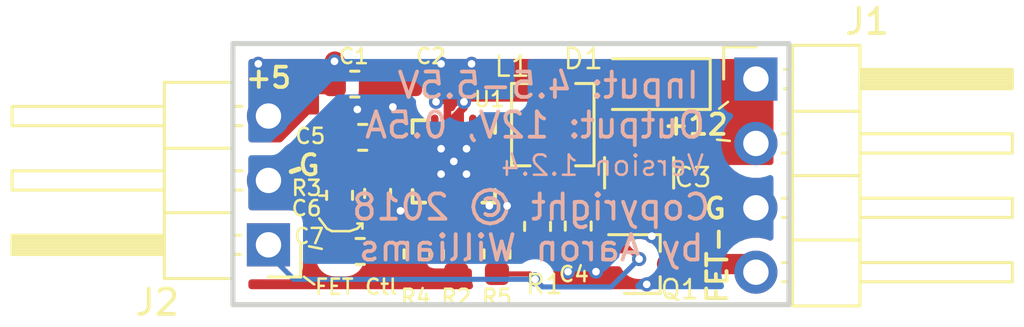
<source format=kicad_pcb>
(kicad_pcb (version 20171130) (host pcbnew 5.1.5-5.1.5)

  (general
    (thickness 1.6)
    (drawings 27)
    (tracks 95)
    (zones 0)
    (modules 18)
    (nets 15)
  )

  (page USLetter)
  (title_block
    (title "5v to 12v booster")
    (date 2020-01-02)
    (rev 1.2.4)
    (company "Copyright © 2018 by Aaron Williams")
    (comment 1 "5V to 12V boost converter")
    (comment 2 "Limited to 400ma")
  )

  (layers
    (0 F.Cu signal)
    (31 B.Cu signal)
    (32 B.Adhes user)
    (33 F.Adhes user)
    (34 B.Paste user hide)
    (35 F.Paste user)
    (36 B.SilkS user)
    (37 F.SilkS user)
    (38 B.Mask user)
    (39 F.Mask user)
    (40 Dwgs.User user)
    (41 Cmts.User user)
    (42 Eco1.User user)
    (43 Eco2.User user)
    (44 Edge.Cuts user)
    (45 Margin user)
    (46 B.CrtYd user)
    (47 F.CrtYd user)
    (48 B.Fab user)
    (49 F.Fab user hide)
  )

  (setup
    (last_trace_width 0.4)
    (user_trace_width 0.2)
    (user_trace_width 0.3)
    (user_trace_width 0.4)
    (user_trace_width 0.5)
    (user_trace_width 0.8)
    (trace_clearance 0.2)
    (zone_clearance 0.508)
    (zone_45_only yes)
    (trace_min 0.1524)
    (via_size 0.56)
    (via_drill 0.3)
    (via_min_size 0.3)
    (via_min_drill 0.3)
    (uvia_size 0.3)
    (uvia_drill 0.1)
    (uvias_allowed no)
    (uvia_min_size 0.2)
    (uvia_min_drill 0.1)
    (edge_width 0.1)
    (segment_width 0.1)
    (pcb_text_width 0.15)
    (pcb_text_size 0.8 0.8)
    (mod_edge_width 0.15)
    (mod_text_size 1 1)
    (mod_text_width 0.15)
    (pad_size 1.524 1.524)
    (pad_drill 0.762)
    (pad_to_mask_clearance 0.0508)
    (solder_mask_min_width 0.1)
    (aux_axis_origin 0 0)
    (visible_elements FFFFFF7F)
    (pcbplotparams
      (layerselection 0x010fc_ffffffff)
      (usegerberextensions false)
      (usegerberattributes false)
      (usegerberadvancedattributes false)
      (creategerberjobfile false)
      (excludeedgelayer true)
      (linewidth 0.100000)
      (plotframeref false)
      (viasonmask false)
      (mode 1)
      (useauxorigin false)
      (hpglpennumber 1)
      (hpglpenspeed 20)
      (hpglpendiameter 15.000000)
      (psnegative false)
      (psa4output false)
      (plotreference true)
      (plotvalue true)
      (plotinvisibletext false)
      (padsonsilk false)
      (subtractmaskfromsilk false)
      (outputformat 1)
      (mirror false)
      (drillshape 0)
      (scaleselection 1)
      (outputdirectory "Gerbers/"))
  )

  (net 0 "")
  (net 1 +12V)
  (net 2 GND)
  (net 3 "Net-(C7-Pad1)")
  (net 4 +5V)
  (net 5 "Net-(U1-Pad5)")
  (net 6 "Net-(U1-Pad10)")
  (net 7 "Net-(U1-Pad14)")
  (net 8 /SW)
  (net 9 /FET_CTL)
  (net 10 /FET_DRV)
  (net 11 /FB)
  (net 12 /COMP)
  (net 13 /FREQ)
  (net 14 /SS)

  (net_class Default "This is the default net class."
    (clearance 0.2)
    (trace_width 0.2)
    (via_dia 0.56)
    (via_drill 0.3)
    (uvia_dia 0.3)
    (uvia_drill 0.1)
    (add_net /COMP)
    (add_net /FB)
    (add_net /FET_CTL)
    (add_net /FET_DRV)
    (add_net /FREQ)
    (add_net /SS)
    (add_net /SW)
    (add_net GND)
    (add_net "Net-(C7-Pad1)")
    (add_net "Net-(U1-Pad10)")
    (add_net "Net-(U1-Pad14)")
    (add_net "Net-(U1-Pad5)")
  )

  (net_class 12V ""
    (clearance 0.2)
    (trace_width 0.5)
    (via_dia 0.56)
    (via_drill 0.3)
    (uvia_dia 0.3)
    (uvia_drill 0.1)
    (add_net +12V)
  )

  (net_class 5V ""
    (clearance 0.2)
    (trace_width 0.8)
    (via_dia 0.56)
    (via_drill 0.3)
    (uvia_dia 0.3)
    (uvia_drill 0.1)
    (add_net +5V)
  )

  (module Connector_PinHeader_2.54mm:PinHeader_1x03_P2.54mm_Horizontal (layer F.Cu) (tedit 59FED5CB) (tstamp 5C104FBF)
    (at 113.6 79.44 180)
    (descr "Through hole angled pin header, 1x03, 2.54mm pitch, 6mm pin length, single row")
    (tags "Through hole angled pin header THT 1x03 2.54mm single row")
    (path /5BABB239)
    (fp_text reference J2 (at 4.385 -2.27 180) (layer F.SilkS)
      (effects (font (size 1 1) (thickness 0.15)))
    )
    (fp_text value Conn_01x03 (at 4.385 7.35 180) (layer F.Fab)
      (effects (font (size 1 1) (thickness 0.15)))
    )
    (fp_line (start 2.135 -1.27) (end 4.04 -1.27) (layer F.Fab) (width 0.1))
    (fp_line (start 4.04 -1.27) (end 4.04 6.35) (layer F.Fab) (width 0.1))
    (fp_line (start 4.04 6.35) (end 1.5 6.35) (layer F.Fab) (width 0.1))
    (fp_line (start 1.5 6.35) (end 1.5 -0.635) (layer F.Fab) (width 0.1))
    (fp_line (start 1.5 -0.635) (end 2.135 -1.27) (layer F.Fab) (width 0.1))
    (fp_line (start -0.32 -0.32) (end 1.5 -0.32) (layer F.Fab) (width 0.1))
    (fp_line (start -0.32 -0.32) (end -0.32 0.32) (layer F.Fab) (width 0.1))
    (fp_line (start -0.32 0.32) (end 1.5 0.32) (layer F.Fab) (width 0.1))
    (fp_line (start 4.04 -0.32) (end 10.04 -0.32) (layer F.Fab) (width 0.1))
    (fp_line (start 10.04 -0.32) (end 10.04 0.32) (layer F.Fab) (width 0.1))
    (fp_line (start 4.04 0.32) (end 10.04 0.32) (layer F.Fab) (width 0.1))
    (fp_line (start -0.32 2.22) (end 1.5 2.22) (layer F.Fab) (width 0.1))
    (fp_line (start -0.32 2.22) (end -0.32 2.86) (layer F.Fab) (width 0.1))
    (fp_line (start -0.32 2.86) (end 1.5 2.86) (layer F.Fab) (width 0.1))
    (fp_line (start 4.04 2.22) (end 10.04 2.22) (layer F.Fab) (width 0.1))
    (fp_line (start 10.04 2.22) (end 10.04 2.86) (layer F.Fab) (width 0.1))
    (fp_line (start 4.04 2.86) (end 10.04 2.86) (layer F.Fab) (width 0.1))
    (fp_line (start -0.32 4.76) (end 1.5 4.76) (layer F.Fab) (width 0.1))
    (fp_line (start -0.32 4.76) (end -0.32 5.4) (layer F.Fab) (width 0.1))
    (fp_line (start -0.32 5.4) (end 1.5 5.4) (layer F.Fab) (width 0.1))
    (fp_line (start 4.04 4.76) (end 10.04 4.76) (layer F.Fab) (width 0.1))
    (fp_line (start 10.04 4.76) (end 10.04 5.4) (layer F.Fab) (width 0.1))
    (fp_line (start 4.04 5.4) (end 10.04 5.4) (layer F.Fab) (width 0.1))
    (fp_line (start 1.44 -1.33) (end 1.44 6.41) (layer F.SilkS) (width 0.12))
    (fp_line (start 1.44 6.41) (end 4.1 6.41) (layer F.SilkS) (width 0.12))
    (fp_line (start 4.1 6.41) (end 4.1 -1.33) (layer F.SilkS) (width 0.12))
    (fp_line (start 4.1 -1.33) (end 1.44 -1.33) (layer F.SilkS) (width 0.12))
    (fp_line (start 4.1 -0.38) (end 10.1 -0.38) (layer F.SilkS) (width 0.12))
    (fp_line (start 10.1 -0.38) (end 10.1 0.38) (layer F.SilkS) (width 0.12))
    (fp_line (start 10.1 0.38) (end 4.1 0.38) (layer F.SilkS) (width 0.12))
    (fp_line (start 4.1 -0.32) (end 10.1 -0.32) (layer F.SilkS) (width 0.12))
    (fp_line (start 4.1 -0.2) (end 10.1 -0.2) (layer F.SilkS) (width 0.12))
    (fp_line (start 4.1 -0.08) (end 10.1 -0.08) (layer F.SilkS) (width 0.12))
    (fp_line (start 4.1 0.04) (end 10.1 0.04) (layer F.SilkS) (width 0.12))
    (fp_line (start 4.1 0.16) (end 10.1 0.16) (layer F.SilkS) (width 0.12))
    (fp_line (start 4.1 0.28) (end 10.1 0.28) (layer F.SilkS) (width 0.12))
    (fp_line (start 1.11 -0.38) (end 1.44 -0.38) (layer F.SilkS) (width 0.12))
    (fp_line (start 1.11 0.38) (end 1.44 0.38) (layer F.SilkS) (width 0.12))
    (fp_line (start 1.44 1.27) (end 4.1 1.27) (layer F.SilkS) (width 0.12))
    (fp_line (start 4.1 2.16) (end 10.1 2.16) (layer F.SilkS) (width 0.12))
    (fp_line (start 10.1 2.16) (end 10.1 2.92) (layer F.SilkS) (width 0.12))
    (fp_line (start 10.1 2.92) (end 4.1 2.92) (layer F.SilkS) (width 0.12))
    (fp_line (start 1.042929 2.16) (end 1.44 2.16) (layer F.SilkS) (width 0.12))
    (fp_line (start 1.042929 2.92) (end 1.44 2.92) (layer F.SilkS) (width 0.12))
    (fp_line (start 1.44 3.81) (end 4.1 3.81) (layer F.SilkS) (width 0.12))
    (fp_line (start 4.1 4.7) (end 10.1 4.7) (layer F.SilkS) (width 0.12))
    (fp_line (start 10.1 4.7) (end 10.1 5.46) (layer F.SilkS) (width 0.12))
    (fp_line (start 10.1 5.46) (end 4.1 5.46) (layer F.SilkS) (width 0.12))
    (fp_line (start 1.042929 4.7) (end 1.44 4.7) (layer F.SilkS) (width 0.12))
    (fp_line (start 1.042929 5.46) (end 1.44 5.46) (layer F.SilkS) (width 0.12))
    (fp_line (start -1.27 0) (end -1.27 -1.27) (layer F.SilkS) (width 0.12))
    (fp_line (start -1.27 -1.27) (end 0 -1.27) (layer F.SilkS) (width 0.12))
    (fp_line (start -1.8 -1.8) (end -1.8 6.85) (layer F.CrtYd) (width 0.05))
    (fp_line (start -1.8 6.85) (end 10.55 6.85) (layer F.CrtYd) (width 0.05))
    (fp_line (start 10.55 6.85) (end 10.55 -1.8) (layer F.CrtYd) (width 0.05))
    (fp_line (start 10.55 -1.8) (end -1.8 -1.8) (layer F.CrtYd) (width 0.05))
    (fp_text user %R (at 2.77 2.54 270) (layer F.Fab)
      (effects (font (size 1 1) (thickness 0.15)))
    )
    (pad 1 thru_hole rect (at 0 0 180) (size 1.7 1.7) (drill 1) (layers *.Cu *.Mask)
      (net 9 /FET_CTL))
    (pad 2 thru_hole oval (at 0 2.54 180) (size 1.7 1.7) (drill 1) (layers *.Cu *.Mask)
      (net 2 GND))
    (pad 3 thru_hole oval (at 0 5.08 180) (size 1.7 1.7) (drill 1) (layers *.Cu *.Mask)
      (net 4 +5V))
    (model ${KISYS3DMOD}/Connector_PinHeader_2.54mm.3dshapes/PinHeader_1x03_P2.54mm_Horizontal.wrl
      (at (xyz 0 0 0))
      (scale (xyz 1 1 1))
      (rotate (xyz 0 0 0))
    )
  )

  (module Connector_PinHeader_2.54mm:PinHeader_1x04_P2.54mm_Horizontal (layer F.Cu) (tedit 59FED5CB) (tstamp 5C104F73)
    (at 132.8 72.9)
    (descr "Through hole angled pin header, 1x04, 2.54mm pitch, 6mm pin length, single row")
    (tags "Through hole angled pin header THT 1x04 2.54mm single row")
    (path /5BAB769A)
    (fp_text reference J1 (at 4.385 -2.27) (layer F.SilkS)
      (effects (font (size 1 1) (thickness 0.15)))
    )
    (fp_text value Conn_01x04 (at 4.385 9.89) (layer F.Fab)
      (effects (font (size 1 1) (thickness 0.15)))
    )
    (fp_line (start 2.135 -1.27) (end 4.04 -1.27) (layer F.Fab) (width 0.1))
    (fp_line (start 4.04 -1.27) (end 4.04 8.89) (layer F.Fab) (width 0.1))
    (fp_line (start 4.04 8.89) (end 1.5 8.89) (layer F.Fab) (width 0.1))
    (fp_line (start 1.5 8.89) (end 1.5 -0.635) (layer F.Fab) (width 0.1))
    (fp_line (start 1.5 -0.635) (end 2.135 -1.27) (layer F.Fab) (width 0.1))
    (fp_line (start -0.32 -0.32) (end 1.5 -0.32) (layer F.Fab) (width 0.1))
    (fp_line (start -0.32 -0.32) (end -0.32 0.32) (layer F.Fab) (width 0.1))
    (fp_line (start -0.32 0.32) (end 1.5 0.32) (layer F.Fab) (width 0.1))
    (fp_line (start 4.04 -0.32) (end 10.04 -0.32) (layer F.Fab) (width 0.1))
    (fp_line (start 10.04 -0.32) (end 10.04 0.32) (layer F.Fab) (width 0.1))
    (fp_line (start 4.04 0.32) (end 10.04 0.32) (layer F.Fab) (width 0.1))
    (fp_line (start -0.32 2.22) (end 1.5 2.22) (layer F.Fab) (width 0.1))
    (fp_line (start -0.32 2.22) (end -0.32 2.86) (layer F.Fab) (width 0.1))
    (fp_line (start -0.32 2.86) (end 1.5 2.86) (layer F.Fab) (width 0.1))
    (fp_line (start 4.04 2.22) (end 10.04 2.22) (layer F.Fab) (width 0.1))
    (fp_line (start 10.04 2.22) (end 10.04 2.86) (layer F.Fab) (width 0.1))
    (fp_line (start 4.04 2.86) (end 10.04 2.86) (layer F.Fab) (width 0.1))
    (fp_line (start -0.32 4.76) (end 1.5 4.76) (layer F.Fab) (width 0.1))
    (fp_line (start -0.32 4.76) (end -0.32 5.4) (layer F.Fab) (width 0.1))
    (fp_line (start -0.32 5.4) (end 1.5 5.4) (layer F.Fab) (width 0.1))
    (fp_line (start 4.04 4.76) (end 10.04 4.76) (layer F.Fab) (width 0.1))
    (fp_line (start 10.04 4.76) (end 10.04 5.4) (layer F.Fab) (width 0.1))
    (fp_line (start 4.04 5.4) (end 10.04 5.4) (layer F.Fab) (width 0.1))
    (fp_line (start -0.32 7.3) (end 1.5 7.3) (layer F.Fab) (width 0.1))
    (fp_line (start -0.32 7.3) (end -0.32 7.94) (layer F.Fab) (width 0.1))
    (fp_line (start -0.32 7.94) (end 1.5 7.94) (layer F.Fab) (width 0.1))
    (fp_line (start 4.04 7.3) (end 10.04 7.3) (layer F.Fab) (width 0.1))
    (fp_line (start 10.04 7.3) (end 10.04 7.94) (layer F.Fab) (width 0.1))
    (fp_line (start 4.04 7.94) (end 10.04 7.94) (layer F.Fab) (width 0.1))
    (fp_line (start 1.44 -1.33) (end 1.44 8.95) (layer F.SilkS) (width 0.12))
    (fp_line (start 1.44 8.95) (end 4.1 8.95) (layer F.SilkS) (width 0.12))
    (fp_line (start 4.1 8.95) (end 4.1 -1.33) (layer F.SilkS) (width 0.12))
    (fp_line (start 4.1 -1.33) (end 1.44 -1.33) (layer F.SilkS) (width 0.12))
    (fp_line (start 4.1 -0.38) (end 10.1 -0.38) (layer F.SilkS) (width 0.12))
    (fp_line (start 10.1 -0.38) (end 10.1 0.38) (layer F.SilkS) (width 0.12))
    (fp_line (start 10.1 0.38) (end 4.1 0.38) (layer F.SilkS) (width 0.12))
    (fp_line (start 4.1 -0.32) (end 10.1 -0.32) (layer F.SilkS) (width 0.12))
    (fp_line (start 4.1 -0.2) (end 10.1 -0.2) (layer F.SilkS) (width 0.12))
    (fp_line (start 4.1 -0.08) (end 10.1 -0.08) (layer F.SilkS) (width 0.12))
    (fp_line (start 4.1 0.04) (end 10.1 0.04) (layer F.SilkS) (width 0.12))
    (fp_line (start 4.1 0.16) (end 10.1 0.16) (layer F.SilkS) (width 0.12))
    (fp_line (start 4.1 0.28) (end 10.1 0.28) (layer F.SilkS) (width 0.12))
    (fp_line (start 1.11 -0.38) (end 1.44 -0.38) (layer F.SilkS) (width 0.12))
    (fp_line (start 1.11 0.38) (end 1.44 0.38) (layer F.SilkS) (width 0.12))
    (fp_line (start 1.44 1.27) (end 4.1 1.27) (layer F.SilkS) (width 0.12))
    (fp_line (start 4.1 2.16) (end 10.1 2.16) (layer F.SilkS) (width 0.12))
    (fp_line (start 10.1 2.16) (end 10.1 2.92) (layer F.SilkS) (width 0.12))
    (fp_line (start 10.1 2.92) (end 4.1 2.92) (layer F.SilkS) (width 0.12))
    (fp_line (start 1.042929 2.16) (end 1.44 2.16) (layer F.SilkS) (width 0.12))
    (fp_line (start 1.042929 2.92) (end 1.44 2.92) (layer F.SilkS) (width 0.12))
    (fp_line (start 1.44 3.81) (end 4.1 3.81) (layer F.SilkS) (width 0.12))
    (fp_line (start 4.1 4.7) (end 10.1 4.7) (layer F.SilkS) (width 0.12))
    (fp_line (start 10.1 4.7) (end 10.1 5.46) (layer F.SilkS) (width 0.12))
    (fp_line (start 10.1 5.46) (end 4.1 5.46) (layer F.SilkS) (width 0.12))
    (fp_line (start 1.042929 4.7) (end 1.44 4.7) (layer F.SilkS) (width 0.12))
    (fp_line (start 1.042929 5.46) (end 1.44 5.46) (layer F.SilkS) (width 0.12))
    (fp_line (start 1.44 6.35) (end 4.1 6.35) (layer F.SilkS) (width 0.12))
    (fp_line (start 4.1 7.24) (end 10.1 7.24) (layer F.SilkS) (width 0.12))
    (fp_line (start 10.1 7.24) (end 10.1 8) (layer F.SilkS) (width 0.12))
    (fp_line (start 10.1 8) (end 4.1 8) (layer F.SilkS) (width 0.12))
    (fp_line (start 1.042929 7.24) (end 1.44 7.24) (layer F.SilkS) (width 0.12))
    (fp_line (start 1.042929 8) (end 1.44 8) (layer F.SilkS) (width 0.12))
    (fp_line (start -1.27 0) (end -1.27 -1.27) (layer F.SilkS) (width 0.12))
    (fp_line (start -1.27 -1.27) (end 0 -1.27) (layer F.SilkS) (width 0.12))
    (fp_line (start -1.8 -1.8) (end -1.8 9.4) (layer F.CrtYd) (width 0.05))
    (fp_line (start -1.8 9.4) (end 10.55 9.4) (layer F.CrtYd) (width 0.05))
    (fp_line (start 10.55 9.4) (end 10.55 -1.8) (layer F.CrtYd) (width 0.05))
    (fp_line (start 10.55 -1.8) (end -1.8 -1.8) (layer F.CrtYd) (width 0.05))
    (fp_text user %R (at 2.77 3.81 90) (layer F.Fab)
      (effects (font (size 1 1) (thickness 0.15)))
    )
    (pad 1 thru_hole rect (at 0 0) (size 1.7 1.7) (drill 1) (layers *.Cu *.Mask)
      (net 1 +12V))
    (pad 2 thru_hole oval (at 0 2.54) (size 1.7 1.7) (drill 1) (layers *.Cu *.Mask)
      (net 1 +12V))
    (pad 3 thru_hole oval (at 0 5.08) (size 1.7 1.7) (drill 1) (layers *.Cu *.Mask)
      (net 2 GND))
    (pad 4 thru_hole oval (at 0 7.62) (size 1.7 1.7) (drill 1) (layers *.Cu *.Mask)
      (net 10 /FET_DRV))
    (model ${KISYS3DMOD}/Connector_PinHeader_2.54mm.3dshapes/PinHeader_1x04_P2.54mm_Horizontal.wrl
      (at (xyz 0 0 0))
      (scale (xyz 1 1 1))
      (rotate (xyz 0 0 0))
    )
  )

  (module Aaron:QFN-16-1EP_3x3mm_P0.5mm_EP2.7x2.7mm_ThermalVias (layer F.Cu) (tedit 5BCD8F8B) (tstamp 5BCDFC1E)
    (at 120.9 76.15 270)
    (descr "16-Lead Plastic Quad Flat, No Lead Package (NG) - 3x3x0.9 mm Body [QFN]; (see Microchip Packaging Specification 00000049BS.pdf)")
    (tags "QFN 0.5")
    (path /5BAB0E99)
    (attr smd)
    (fp_text reference U1 (at -2.45 -1.4) (layer F.SilkS)
      (effects (font (size 0.6 0.6) (thickness 0.1)))
    )
    (fp_text value TPS55340-Q1 (at 0 2.85 270) (layer F.Fab)
      (effects (font (size 1 1) (thickness 0.15)))
    )
    (fp_line (start 1.625 -1.625) (end 1.125 -1.625) (layer F.SilkS) (width 0.15))
    (fp_line (start 1.625 1.625) (end 1.125 1.625) (layer F.SilkS) (width 0.15))
    (fp_line (start -1.625 1.625) (end -1.125 1.625) (layer F.SilkS) (width 0.15))
    (fp_line (start -1.625 -1.625) (end -1.125 -1.625) (layer F.SilkS) (width 0.15))
    (fp_line (start 1.625 1.625) (end 1.625 1.125) (layer F.SilkS) (width 0.15))
    (fp_line (start -1.625 1.625) (end -1.625 1.125) (layer F.SilkS) (width 0.15))
    (fp_line (start 1.625 -1.625) (end 1.625 -1.125) (layer F.SilkS) (width 0.15))
    (fp_line (start -2.1 2.1) (end 2.1 2.1) (layer F.CrtYd) (width 0.05))
    (fp_line (start -2.1 -2.1) (end 2.1 -2.1) (layer F.CrtYd) (width 0.05))
    (fp_line (start 2.1 -2.1) (end 2.1 2.1) (layer F.CrtYd) (width 0.05))
    (fp_line (start -2.1 -2.1) (end -2.1 2.1) (layer F.CrtYd) (width 0.05))
    (fp_line (start -1.5 -0.5) (end -0.5 -1.5) (layer F.Fab) (width 0.15))
    (fp_line (start -1.5 1.5) (end -1.5 -0.5) (layer F.Fab) (width 0.15))
    (fp_line (start 1.5 1.5) (end -1.5 1.5) (layer F.Fab) (width 0.15))
    (fp_line (start 1.5 -1.5) (end 1.5 1.5) (layer F.Fab) (width 0.15))
    (fp_line (start -0.5 -1.5) (end 1.5 -1.5) (layer F.Fab) (width 0.15))
    (fp_text user %R (at 0 0 270) (layer F.Fab)
      (effects (font (size 0.65 0.65) (thickness 0.125)))
    )
    (pad "" smd rect (at 0.5 0.5 270) (size 0.73 0.73) (layers F.Paste))
    (pad "" smd rect (at -0.5 0.5 270) (size 0.73 0.73) (layers F.Paste))
    (pad "" smd rect (at -0.5 -0.5 270) (size 0.73 0.73) (layers F.Paste))
    (pad 17 thru_hole circle (at -0.5 0.5 270) (size 0.6 0.6) (drill 0.3) (layers *.Cu)
      (net 2 GND))
    (pad 17 thru_hole circle (at 0.5 0.5 270) (size 0.6 0.6) (drill 0.3) (layers *.Cu)
      (net 2 GND))
    (pad 17 thru_hole circle (at 0.5 -0.5 270) (size 0.6 0.6) (drill 0.3) (layers *.Cu)
      (net 2 GND))
    (pad 17 thru_hole circle (at -0.5 -0.5 270) (size 0.6 0.6) (drill 0.3) (layers *.Cu)
      (net 2 GND))
    (pad 17 thru_hole circle (at 0 0 270) (size 0.6 0.6) (drill 0.3) (layers *.Cu)
      (net 2 GND))
    (pad 17 smd rect (at 0 0 270) (size 1.8 1.8) (layers F.Cu F.Mask)
      (net 2 GND))
    (pad "" smd rect (at 0.5 -0.5 270) (size 0.73 0.73) (layers F.Paste))
    (pad 17 smd rect (at 0 0 270) (size 1.8 1.8) (layers B.Cu)
      (net 2 GND))
    (pad 16 smd oval (at -0.75 -1.475) (size 0.75 0.3) (layers F.Cu F.Paste F.Mask)
      (net 8 /SW))
    (pad 15 smd oval (at -0.25 -1.475) (size 0.75 0.3) (layers F.Cu F.Paste F.Mask)
      (net 8 /SW))
    (pad 14 smd oval (at 0.25 -1.475) (size 0.75 0.3) (layers F.Cu F.Paste F.Mask)
      (net 7 "Net-(U1-Pad14)"))
    (pad 13 smd oval (at 0.75 -1.475) (size 0.75 0.3) (layers F.Cu F.Paste F.Mask)
      (net 2 GND))
    (pad 12 smd oval (at 1.475 -0.75 270) (size 0.75 0.3) (layers F.Cu F.Paste F.Mask)
      (net 2 GND))
    (pad 11 smd oval (at 1.475 -0.25 270) (size 0.75 0.3) (layers F.Cu F.Paste F.Mask)
      (net 2 GND))
    (pad 10 smd oval (at 1.475 0.25 270) (size 0.75 0.3) (layers F.Cu F.Paste F.Mask)
      (net 6 "Net-(U1-Pad10)"))
    (pad 9 smd oval (at 1.475 0.75 270) (size 0.75 0.3) (layers F.Cu F.Paste F.Mask)
      (net 13 /FREQ))
    (pad 8 smd oval (at 0.75 1.475) (size 0.75 0.3) (layers F.Cu F.Paste F.Mask)
      (net 11 /FB))
    (pad 7 smd oval (at 0.25 1.475) (size 0.75 0.3) (layers F.Cu F.Paste F.Mask)
      (net 12 /COMP))
    (pad 6 smd oval (at -0.25 1.475) (size 0.75 0.3) (layers F.Cu F.Paste F.Mask)
      (net 2 GND))
    (pad 5 smd oval (at -0.75 1.475) (size 0.75 0.3) (layers F.Cu F.Paste F.Mask)
      (net 5 "Net-(U1-Pad5)"))
    (pad 4 smd oval (at -1.475 0.75 270) (size 0.75 0.3) (layers F.Cu F.Paste F.Mask)
      (net 14 /SS))
    (pad 3 smd oval (at -1.475 0.25 270) (size 0.75 0.3) (layers F.Cu F.Paste F.Mask)
      (net 4 +5V))
    (pad 2 smd oval (at -1.475 -0.25 270) (size 0.75 0.3) (layers F.Cu F.Paste F.Mask)
      (net 4 +5V))
    (pad 1 smd oval (at -1.475 -0.75 270) (size 0.75 0.3) (layers F.Cu F.Paste F.Mask)
      (net 8 /SW))
    (model ${KISYS3DMOD}/Package_DFN_QFN.3dshapes/QFN-16-1EP_3x3mm_P0.5mm_EP2.7x2.7mm_ThermalVias.wrl
      (at (xyz 0 0 0))
      (scale (xyz 1 1 1))
      (rotate (xyz 0 0 0))
    )
    (model /home/aaronw/kicad/library/git-old/kicad-library/modules/packages3d/Housings_DFN_QFN.3dshapes/QFN-16-1EP_3x3mm_Pitch0.5mm.step
      (at (xyz 0 0 0))
      (scale (xyz 1 1 1))
      (rotate (xyz 0 0 0))
    )
  )

  (module Diode_SMD:D_SOD-123F (layer F.Cu) (tedit 5BCD8F81) (tstamp 5C0173A7)
    (at 128.8 73.1 180)
    (descr D_SOD-123F)
    (tags D_SOD-123F)
    (path /5BAB0FFC)
    (attr smd)
    (fp_text reference D1 (at 2.8 1 180) (layer F.SilkS)
      (effects (font (size 0.8 0.8) (thickness 0.1)))
    )
    (fp_text value D_Schottky (at 0 2.1 180) (layer F.Fab)
      (effects (font (size 1 1) (thickness 0.15)))
    )
    (fp_line (start -2.2 -1) (end 1.65 -1) (layer F.SilkS) (width 0.12))
    (fp_line (start -2.2 1) (end 1.65 1) (layer F.SilkS) (width 0.12))
    (fp_line (start -2.2 -1.15) (end -2.2 1.15) (layer F.CrtYd) (width 0.05))
    (fp_line (start 2.2 1.15) (end -2.2 1.15) (layer F.CrtYd) (width 0.05))
    (fp_line (start 2.2 -1.15) (end 2.2 1.15) (layer F.CrtYd) (width 0.05))
    (fp_line (start -2.2 -1.15) (end 2.2 -1.15) (layer F.CrtYd) (width 0.05))
    (fp_line (start -1.4 -0.9) (end 1.4 -0.9) (layer F.Fab) (width 0.1))
    (fp_line (start 1.4 -0.9) (end 1.4 0.9) (layer F.Fab) (width 0.1))
    (fp_line (start 1.4 0.9) (end -1.4 0.9) (layer F.Fab) (width 0.1))
    (fp_line (start -1.4 0.9) (end -1.4 -0.9) (layer F.Fab) (width 0.1))
    (fp_line (start -0.75 0) (end -0.35 0) (layer F.Fab) (width 0.1))
    (fp_line (start -0.35 0) (end -0.35 -0.55) (layer F.Fab) (width 0.1))
    (fp_line (start -0.35 0) (end -0.35 0.55) (layer F.Fab) (width 0.1))
    (fp_line (start -0.35 0) (end 0.25 -0.4) (layer F.Fab) (width 0.1))
    (fp_line (start 0.25 -0.4) (end 0.25 0.4) (layer F.Fab) (width 0.1))
    (fp_line (start 0.25 0.4) (end -0.35 0) (layer F.Fab) (width 0.1))
    (fp_line (start 0.25 0) (end 0.75 0) (layer F.Fab) (width 0.1))
    (fp_line (start -2.2 -1) (end -2.2 1) (layer F.SilkS) (width 0.12))
    (fp_text user %R (at -0.127 -1.905 180) (layer F.Fab)
      (effects (font (size 1 1) (thickness 0.15)))
    )
    (pad 2 smd rect (at 1.4 0 180) (size 1.1 1.1) (layers F.Cu F.Paste F.Mask)
      (net 8 /SW))
    (pad 1 smd rect (at -1.4 0 180) (size 1.1 1.1) (layers F.Cu F.Paste F.Mask)
      (net 1 +12V))
    (model ${KISYS3DMOD}/Diode_SMD.3dshapes/D_SOD-123F.wrl
      (at (xyz 0 0 0))
      (scale (xyz 1 1 1))
      (rotate (xyz 0 0 0))
    )
  )

  (module Aaron:L_Vishay_IHLP-1212 (layer F.Cu) (tedit 5BC76786) (tstamp 5C1059E1)
    (at 124.8 74.7 270)
    (descr "Inductor, Vishay, IHLP series, 3.0mmx3.0mm")
    (tags "inductor vishay ihlp smd")
    (path /5BAB0F75)
    (attr smd)
    (fp_text reference L1 (at -2.3 1.6) (layer F.SilkS)
      (effects (font (size 0.8 0.8) (thickness 0.1)))
    )
    (fp_text value 3.3uH (at 0 3.024 270) (layer F.Fab)
      (effects (font (size 1 1) (thickness 0.15)))
    )
    (fp_text user %R (at 0 0 270) (layer F.Fab)
      (effects (font (size 0.7 0.7) (thickness 0.105)))
    )
    (fp_line (start -1.524 -1.524) (end -1.524 1.524) (layer F.Fab) (width 0.1))
    (fp_line (start -1.524 1.524) (end 1.524 1.524) (layer F.Fab) (width 0.1))
    (fp_line (start 1.524 1.524) (end 1.524 -1.524) (layer F.Fab) (width 0.1))
    (fp_line (start 1.524 -1.524) (end -1.524 -1.524) (layer F.Fab) (width 0.1))
    (fp_line (start -1.624 -0.9) (end -1.624 -1.624) (layer F.SilkS) (width 0.12))
    (fp_line (start -1.624 -1.624) (end 1.624 -1.624) (layer F.SilkS) (width 0.12))
    (fp_line (start 1.624 -1.624) (end 1.624 -0.9) (layer F.SilkS) (width 0.12))
    (fp_line (start -1.624 0.9) (end -1.624 1.624) (layer F.SilkS) (width 0.12))
    (fp_line (start -1.624 1.624) (end 1.624 1.624) (layer F.SilkS) (width 0.12))
    (fp_line (start 1.624 1.624) (end 1.624 0.9) (layer F.SilkS) (width 0.12))
    (fp_line (start -2.35 -1.8) (end -2.35 1.8) (layer F.CrtYd) (width 0.05))
    (fp_line (start -2.35 1.8) (end 2.35 1.8) (layer F.CrtYd) (width 0.05))
    (fp_line (start 2.35 1.8) (end 2.35 -1.8) (layer F.CrtYd) (width 0.05))
    (fp_line (start 2.35 -1.8) (end -2.35 -1.8) (layer F.CrtYd) (width 0.05))
    (pad 1 smd rect (at -1.35 0 270) (size 1.5 1.2) (layers F.Cu F.Paste F.Mask)
      (net 4 +5V))
    (pad 2 smd rect (at 1.35 0 270) (size 1.5 1.2) (layers F.Cu F.Paste F.Mask)
      (net 8 /SW))
    (model ${KISYS3DMOD}/Inductor_SMD.3dshapes/L_Vishay_IHLP-1212.wrl
      (at (xyz 0 0 0))
      (scale (xyz 1 1 1))
      (rotate (xyz 0 0 0))
    )
    (model /home/aaronw/kicad/library/aaron/packages3d/IND_IHLP-1212BZ.stp
      (at (xyz 0 0 0))
      (scale (xyz 1 1 1))
      (rotate (xyz 0 0 0))
    )
  )

  (module Package_TO_SOT_SMD:SOT-323_SC-70 (layer F.Cu) (tedit 5A02FF57) (tstamp 5BC051A0)
    (at 128.3 80.2)
    (descr "SOT-323, SC-70")
    (tags "SOT-323 SC-70")
    (path /5BAD0965)
    (attr smd)
    (fp_text reference Q1 (at 1.5 1) (layer F.SilkS)
      (effects (font (size 0.75 0.75) (thickness 0.1)))
    )
    (fp_text value BSS214NW (at -0.05 2.05) (layer F.Fab)
      (effects (font (size 1 1) (thickness 0.15)))
    )
    (fp_line (start -0.18 -1.1) (end -0.68 -0.6) (layer F.Fab) (width 0.1))
    (fp_line (start 0.67 1.1) (end -0.68 1.1) (layer F.Fab) (width 0.1))
    (fp_line (start 0.67 -1.1) (end 0.67 1.1) (layer F.Fab) (width 0.1))
    (fp_line (start -0.68 -0.6) (end -0.68 1.1) (layer F.Fab) (width 0.1))
    (fp_line (start 0.67 -1.1) (end -0.18 -1.1) (layer F.Fab) (width 0.1))
    (fp_line (start -0.68 1.16) (end 0.73 1.16) (layer F.SilkS) (width 0.12))
    (fp_line (start 0.73 -1.16) (end -1.3 -1.16) (layer F.SilkS) (width 0.12))
    (fp_line (start -1.7 1.3) (end -1.7 -1.3) (layer F.CrtYd) (width 0.05))
    (fp_line (start -1.7 -1.3) (end 1.7 -1.3) (layer F.CrtYd) (width 0.05))
    (fp_line (start 1.7 -1.3) (end 1.7 1.3) (layer F.CrtYd) (width 0.05))
    (fp_line (start 1.7 1.3) (end -1.7 1.3) (layer F.CrtYd) (width 0.05))
    (fp_line (start 0.73 -1.16) (end 0.73 -0.5) (layer F.SilkS) (width 0.12))
    (fp_line (start 0.73 0.5) (end 0.73 1.16) (layer F.SilkS) (width 0.12))
    (fp_text user %R (at 0 0 90) (layer F.Fab)
      (effects (font (size 0.5 0.5) (thickness 0.075)))
    )
    (pad 3 smd rect (at 1 0 270) (size 0.45 0.7) (layers F.Cu F.Paste F.Mask)
      (net 10 /FET_DRV))
    (pad 2 smd rect (at -1 0.65 270) (size 0.45 0.7) (layers F.Cu F.Paste F.Mask)
      (net 2 GND))
    (pad 1 smd rect (at -1 -0.65 270) (size 0.45 0.7) (layers F.Cu F.Paste F.Mask)
      (net 9 /FET_CTL))
    (model ${KISYS3DMOD}/Package_TO_SOT_SMD.3dshapes/SOT-323_SC-70.wrl
      (at (xyz 0 0 0))
      (scale (xyz 1 1 1))
      (rotate (xyz 0 0 0))
    )
  )

  (module Resistor_SMD:R_0603_1608Metric (layer F.Cu) (tedit 5B301BBD) (tstamp 5BC04E15)
    (at 122.6 79.8 90)
    (descr "Resistor SMD 0603 (1608 Metric), square (rectangular) end terminal, IPC_7351 nominal, (Body size source: http://www.tortai-tech.com/upload/download/2011102023233369053.pdf), generated with kicad-footprint-generator")
    (tags resistor)
    (path /5BAD2572)
    (attr smd)
    (fp_text reference R5 (at -1.7 0 180) (layer F.SilkS)
      (effects (font (size 0.6 0.6) (thickness 0.1)))
    )
    (fp_text value 100k (at 0 1.43 90) (layer F.Fab)
      (effects (font (size 1 1) (thickness 0.15)))
    )
    (fp_text user %R (at 0 0 90) (layer F.Fab)
      (effects (font (size 0.4 0.4) (thickness 0.06)))
    )
    (fp_line (start 1.48 0.73) (end -1.48 0.73) (layer F.CrtYd) (width 0.05))
    (fp_line (start 1.48 -0.73) (end 1.48 0.73) (layer F.CrtYd) (width 0.05))
    (fp_line (start -1.48 -0.73) (end 1.48 -0.73) (layer F.CrtYd) (width 0.05))
    (fp_line (start -1.48 0.73) (end -1.48 -0.73) (layer F.CrtYd) (width 0.05))
    (fp_line (start -0.162779 0.51) (end 0.162779 0.51) (layer F.SilkS) (width 0.12))
    (fp_line (start -0.162779 -0.51) (end 0.162779 -0.51) (layer F.SilkS) (width 0.12))
    (fp_line (start 0.8 0.4) (end -0.8 0.4) (layer F.Fab) (width 0.1))
    (fp_line (start 0.8 -0.4) (end 0.8 0.4) (layer F.Fab) (width 0.1))
    (fp_line (start -0.8 -0.4) (end 0.8 -0.4) (layer F.Fab) (width 0.1))
    (fp_line (start -0.8 0.4) (end -0.8 -0.4) (layer F.Fab) (width 0.1))
    (pad 2 smd roundrect (at 0.7875 0 90) (size 0.875 0.95) (layers F.Cu F.Paste F.Mask) (roundrect_rratio 0.25)
      (net 2 GND))
    (pad 1 smd roundrect (at -0.7875 0 90) (size 0.875 0.95) (layers F.Cu F.Paste F.Mask) (roundrect_rratio 0.25)
      (net 9 /FET_CTL))
    (model ${KISYS3DMOD}/Resistor_SMD.3dshapes/R_0603_1608Metric.wrl
      (at (xyz 0 0 0))
      (scale (xyz 1 1 1))
      (rotate (xyz 0 0 0))
    )
  )

  (module Capacitor_SMD:C_0603_1608Metric (layer F.Cu) (tedit 5B301BBE) (tstamp 5BBD30C5)
    (at 117.2125 79.7)
    (descr "Capacitor SMD 0603 (1608 Metric), square (rectangular) end terminal, IPC_7351 nominal, (Body size source: http://www.tortai-tech.com/upload/download/2011102023233369053.pdf), generated with kicad-footprint-generator")
    (tags capacitor)
    (path /5BAB14C5)
    (attr smd)
    (fp_text reference C7 (at -2.0125 -0.6) (layer F.SilkS)
      (effects (font (size 0.6 0.6) (thickness 0.1)))
    )
    (fp_text value 47nF (at 0 1.43) (layer F.Fab)
      (effects (font (size 1 1) (thickness 0.15)))
    )
    (fp_text user %R (at 0 0) (layer F.Fab)
      (effects (font (size 0.4 0.4) (thickness 0.06)))
    )
    (fp_line (start 1.48 0.73) (end -1.48 0.73) (layer F.CrtYd) (width 0.05))
    (fp_line (start 1.48 -0.73) (end 1.48 0.73) (layer F.CrtYd) (width 0.05))
    (fp_line (start -1.48 -0.73) (end 1.48 -0.73) (layer F.CrtYd) (width 0.05))
    (fp_line (start -1.48 0.73) (end -1.48 -0.73) (layer F.CrtYd) (width 0.05))
    (fp_line (start -0.162779 0.51) (end 0.162779 0.51) (layer F.SilkS) (width 0.12))
    (fp_line (start -0.162779 -0.51) (end 0.162779 -0.51) (layer F.SilkS) (width 0.12))
    (fp_line (start 0.8 0.4) (end -0.8 0.4) (layer F.Fab) (width 0.1))
    (fp_line (start 0.8 -0.4) (end 0.8 0.4) (layer F.Fab) (width 0.1))
    (fp_line (start -0.8 -0.4) (end 0.8 -0.4) (layer F.Fab) (width 0.1))
    (fp_line (start -0.8 0.4) (end -0.8 -0.4) (layer F.Fab) (width 0.1))
    (pad 2 smd roundrect (at 0.7875 0) (size 0.875 0.95) (layers F.Cu F.Paste F.Mask) (roundrect_rratio 0.25)
      (net 2 GND))
    (pad 1 smd roundrect (at -0.7875 0) (size 0.875 0.95) (layers F.Cu F.Paste F.Mask) (roundrect_rratio 0.25)
      (net 3 "Net-(C7-Pad1)"))
    (model ${KISYS3DMOD}/Capacitor_SMD.3dshapes/C_0603_1608Metric.wrl
      (at (xyz 0 0 0))
      (scale (xyz 1 1 1))
      (rotate (xyz 0 0 0))
    )
  )

  (module Capacitor_SMD:C_0603_1608Metric (layer F.Cu) (tedit 5B301BBE) (tstamp 5BBD30B4)
    (at 117.9 77.4125 270)
    (descr "Capacitor SMD 0603 (1608 Metric), square (rectangular) end terminal, IPC_7351 nominal, (Body size source: http://www.tortai-tech.com/upload/download/2011102023233369053.pdf), generated with kicad-footprint-generator")
    (tags capacitor)
    (path /5BAB1360)
    (attr smd)
    (fp_text reference C6 (at 0.5875 2.8) (layer F.SilkS)
      (effects (font (size 0.6 0.6) (thickness 0.1)))
    )
    (fp_text value 820pF (at 0 1.43 270) (layer F.Fab)
      (effects (font (size 1 1) (thickness 0.15)))
    )
    (fp_text user %R (at 0 0 270) (layer F.Fab)
      (effects (font (size 0.4 0.4) (thickness 0.06)))
    )
    (fp_line (start 1.48 0.73) (end -1.48 0.73) (layer F.CrtYd) (width 0.05))
    (fp_line (start 1.48 -0.73) (end 1.48 0.73) (layer F.CrtYd) (width 0.05))
    (fp_line (start -1.48 -0.73) (end 1.48 -0.73) (layer F.CrtYd) (width 0.05))
    (fp_line (start -1.48 0.73) (end -1.48 -0.73) (layer F.CrtYd) (width 0.05))
    (fp_line (start -0.162779 0.51) (end 0.162779 0.51) (layer F.SilkS) (width 0.12))
    (fp_line (start -0.162779 -0.51) (end 0.162779 -0.51) (layer F.SilkS) (width 0.12))
    (fp_line (start 0.8 0.4) (end -0.8 0.4) (layer F.Fab) (width 0.1))
    (fp_line (start 0.8 -0.4) (end 0.8 0.4) (layer F.Fab) (width 0.1))
    (fp_line (start -0.8 -0.4) (end 0.8 -0.4) (layer F.Fab) (width 0.1))
    (fp_line (start -0.8 0.4) (end -0.8 -0.4) (layer F.Fab) (width 0.1))
    (pad 2 smd roundrect (at 0.7875 0 270) (size 0.875 0.95) (layers F.Cu F.Paste F.Mask) (roundrect_rratio 0.25)
      (net 2 GND))
    (pad 1 smd roundrect (at -0.7875 0 270) (size 0.875 0.95) (layers F.Cu F.Paste F.Mask) (roundrect_rratio 0.25)
      (net 12 /COMP))
    (model ${KISYS3DMOD}/Capacitor_SMD.3dshapes/C_0603_1608Metric.wrl
      (at (xyz 0 0 0))
      (scale (xyz 1 1 1))
      (rotate (xyz 0 0 0))
    )
  )

  (module Capacitor_SMD:C_0603_1608Metric (layer F.Cu) (tedit 5B301BBE) (tstamp 5BBD30A3)
    (at 117.3125 75.2 180)
    (descr "Capacitor SMD 0603 (1608 Metric), square (rectangular) end terminal, IPC_7351 nominal, (Body size source: http://www.tortai-tech.com/upload/download/2011102023233369053.pdf), generated with kicad-footprint-generator")
    (tags capacitor)
    (path /5BAB12DF)
    (attr smd)
    (fp_text reference C5 (at 2.0625 0.05 180) (layer F.SilkS)
      (effects (font (size 0.6 0.6) (thickness 0.1)))
    )
    (fp_text value 22nF (at 0 1.43 180) (layer F.Fab)
      (effects (font (size 1 1) (thickness 0.15)))
    )
    (fp_text user %R (at 0 0 180) (layer F.Fab)
      (effects (font (size 0.4 0.4) (thickness 0.06)))
    )
    (fp_line (start 1.48 0.73) (end -1.48 0.73) (layer F.CrtYd) (width 0.05))
    (fp_line (start 1.48 -0.73) (end 1.48 0.73) (layer F.CrtYd) (width 0.05))
    (fp_line (start -1.48 -0.73) (end 1.48 -0.73) (layer F.CrtYd) (width 0.05))
    (fp_line (start -1.48 0.73) (end -1.48 -0.73) (layer F.CrtYd) (width 0.05))
    (fp_line (start -0.162779 0.51) (end 0.162779 0.51) (layer F.SilkS) (width 0.12))
    (fp_line (start -0.162779 -0.51) (end 0.162779 -0.51) (layer F.SilkS) (width 0.12))
    (fp_line (start 0.8 0.4) (end -0.8 0.4) (layer F.Fab) (width 0.1))
    (fp_line (start 0.8 -0.4) (end 0.8 0.4) (layer F.Fab) (width 0.1))
    (fp_line (start -0.8 -0.4) (end 0.8 -0.4) (layer F.Fab) (width 0.1))
    (fp_line (start -0.8 0.4) (end -0.8 -0.4) (layer F.Fab) (width 0.1))
    (pad 2 smd roundrect (at 0.7875 0 180) (size 0.875 0.95) (layers F.Cu F.Paste F.Mask) (roundrect_rratio 0.25)
      (net 2 GND))
    (pad 1 smd roundrect (at -0.7875 0 180) (size 0.875 0.95) (layers F.Cu F.Paste F.Mask) (roundrect_rratio 0.25)
      (net 14 /SS))
    (model ${KISYS3DMOD}/Capacitor_SMD.3dshapes/C_0603_1608Metric.wrl
      (at (xyz 0 0 0))
      (scale (xyz 1 1 1))
      (rotate (xyz 0 0 0))
    )
  )

  (module Capacitor_SMD:C_0603_1608Metric (layer F.Cu) (tedit 5B301BBE) (tstamp 5C103BF6)
    (at 125.8 78.7 270)
    (descr "Capacitor SMD 0603 (1608 Metric), square (rectangular) end terminal, IPC_7351 nominal, (Body size source: http://www.tortai-tech.com/upload/download/2011102023233369053.pdf), generated with kicad-footprint-generator")
    (tags capacitor)
    (path /5BAB170C)
    (attr smd)
    (fp_text reference C4 (at 1.9 0.17) (layer F.SilkS)
      (effects (font (size 0.6 0.6) (thickness 0.1)))
    )
    (fp_text value 1uF (at 0 1.43 270) (layer F.Fab)
      (effects (font (size 1 1) (thickness 0.15)))
    )
    (fp_text user %R (at 0 0 270) (layer F.Fab)
      (effects (font (size 0.4 0.4) (thickness 0.06)))
    )
    (fp_line (start 1.48 0.73) (end -1.48 0.73) (layer F.CrtYd) (width 0.05))
    (fp_line (start 1.48 -0.73) (end 1.48 0.73) (layer F.CrtYd) (width 0.05))
    (fp_line (start -1.48 -0.73) (end 1.48 -0.73) (layer F.CrtYd) (width 0.05))
    (fp_line (start -1.48 0.73) (end -1.48 -0.73) (layer F.CrtYd) (width 0.05))
    (fp_line (start -0.162779 0.51) (end 0.162779 0.51) (layer F.SilkS) (width 0.12))
    (fp_line (start -0.162779 -0.51) (end 0.162779 -0.51) (layer F.SilkS) (width 0.12))
    (fp_line (start 0.8 0.4) (end -0.8 0.4) (layer F.Fab) (width 0.1))
    (fp_line (start 0.8 -0.4) (end 0.8 0.4) (layer F.Fab) (width 0.1))
    (fp_line (start -0.8 -0.4) (end 0.8 -0.4) (layer F.Fab) (width 0.1))
    (fp_line (start -0.8 0.4) (end -0.8 -0.4) (layer F.Fab) (width 0.1))
    (pad 2 smd roundrect (at 0.7875 0 270) (size 0.875 0.95) (layers F.Cu F.Paste F.Mask) (roundrect_rratio 0.25)
      (net 2 GND))
    (pad 1 smd roundrect (at -0.7875 0 270) (size 0.875 0.95) (layers F.Cu F.Paste F.Mask) (roundrect_rratio 0.25)
      (net 1 +12V))
    (model ${KISYS3DMOD}/Capacitor_SMD.3dshapes/C_0603_1608Metric.wrl
      (at (xyz 0 0 0))
      (scale (xyz 1 1 1))
      (rotate (xyz 0 0 0))
    )
  )

  (module Capacitor_SMD:C_0603_1608Metric (layer F.Cu) (tedit 5B301BBE) (tstamp 5BBD3081)
    (at 120 73.1 180)
    (descr "Capacitor SMD 0603 (1608 Metric), square (rectangular) end terminal, IPC_7351 nominal, (Body size source: http://www.tortai-tech.com/upload/download/2011102023233369053.pdf), generated with kicad-footprint-generator")
    (tags capacitor)
    (path /5BAB11A4)
    (attr smd)
    (fp_text reference C2 (at 0 1.1 180) (layer F.SilkS)
      (effects (font (size 0.6 0.6) (thickness 0.1)))
    )
    (fp_text value 100nF (at 0 1.43 180) (layer F.Fab)
      (effects (font (size 1 1) (thickness 0.15)))
    )
    (fp_text user %R (at 0 0 180) (layer F.Fab)
      (effects (font (size 0.4 0.4) (thickness 0.06)))
    )
    (fp_line (start 1.48 0.73) (end -1.48 0.73) (layer F.CrtYd) (width 0.05))
    (fp_line (start 1.48 -0.73) (end 1.48 0.73) (layer F.CrtYd) (width 0.05))
    (fp_line (start -1.48 -0.73) (end 1.48 -0.73) (layer F.CrtYd) (width 0.05))
    (fp_line (start -1.48 0.73) (end -1.48 -0.73) (layer F.CrtYd) (width 0.05))
    (fp_line (start -0.162779 0.51) (end 0.162779 0.51) (layer F.SilkS) (width 0.12))
    (fp_line (start -0.162779 -0.51) (end 0.162779 -0.51) (layer F.SilkS) (width 0.12))
    (fp_line (start 0.8 0.4) (end -0.8 0.4) (layer F.Fab) (width 0.1))
    (fp_line (start 0.8 -0.4) (end 0.8 0.4) (layer F.Fab) (width 0.1))
    (fp_line (start -0.8 -0.4) (end 0.8 -0.4) (layer F.Fab) (width 0.1))
    (fp_line (start -0.8 0.4) (end -0.8 -0.4) (layer F.Fab) (width 0.1))
    (pad 2 smd roundrect (at 0.7875 0 180) (size 0.875 0.95) (layers F.Cu F.Paste F.Mask) (roundrect_rratio 0.25)
      (net 2 GND))
    (pad 1 smd roundrect (at -0.7875 0 180) (size 0.875 0.95) (layers F.Cu F.Paste F.Mask) (roundrect_rratio 0.25)
      (net 4 +5V))
    (model ${KISYS3DMOD}/Capacitor_SMD.3dshapes/C_0603_1608Metric.wrl
      (at (xyz 0 0 0))
      (scale (xyz 1 1 1))
      (rotate (xyz 0 0 0))
    )
  )

  (module Capacitor_SMD:C_0603_1608Metric (layer F.Cu) (tedit 5B301BBE) (tstamp 5BBD3070)
    (at 117 73.1)
    (descr "Capacitor SMD 0603 (1608 Metric), square (rectangular) end terminal, IPC_7351 nominal, (Body size source: http://www.tortai-tech.com/upload/download/2011102023233369053.pdf), generated with kicad-footprint-generator")
    (tags capacitor)
    (path /5BAB109C)
    (attr smd)
    (fp_text reference C1 (at -0.0375 -1.1) (layer F.SilkS)
      (effects (font (size 0.6 0.6) (thickness 0.1)))
    )
    (fp_text value 6.8uF (at 0 1.43) (layer F.Fab)
      (effects (font (size 1 1) (thickness 0.15)))
    )
    (fp_text user %R (at 0 0) (layer F.Fab)
      (effects (font (size 0.4 0.4) (thickness 0.06)))
    )
    (fp_line (start 1.48 0.73) (end -1.48 0.73) (layer F.CrtYd) (width 0.05))
    (fp_line (start 1.48 -0.73) (end 1.48 0.73) (layer F.CrtYd) (width 0.05))
    (fp_line (start -1.48 -0.73) (end 1.48 -0.73) (layer F.CrtYd) (width 0.05))
    (fp_line (start -1.48 0.73) (end -1.48 -0.73) (layer F.CrtYd) (width 0.05))
    (fp_line (start -0.162779 0.51) (end 0.162779 0.51) (layer F.SilkS) (width 0.12))
    (fp_line (start -0.162779 -0.51) (end 0.162779 -0.51) (layer F.SilkS) (width 0.12))
    (fp_line (start 0.8 0.4) (end -0.8 0.4) (layer F.Fab) (width 0.1))
    (fp_line (start 0.8 -0.4) (end 0.8 0.4) (layer F.Fab) (width 0.1))
    (fp_line (start -0.8 -0.4) (end 0.8 -0.4) (layer F.Fab) (width 0.1))
    (fp_line (start -0.8 0.4) (end -0.8 -0.4) (layer F.Fab) (width 0.1))
    (pad 2 smd roundrect (at 0.7875 0) (size 0.875 0.95) (layers F.Cu F.Paste F.Mask) (roundrect_rratio 0.25)
      (net 2 GND))
    (pad 1 smd roundrect (at -0.7875 0) (size 0.875 0.95) (layers F.Cu F.Paste F.Mask) (roundrect_rratio 0.25)
      (net 4 +5V))
    (model ${KISYS3DMOD}/Capacitor_SMD.3dshapes/C_0603_1608Metric.wrl
      (at (xyz 0 0 0))
      (scale (xyz 1 1 1))
      (rotate (xyz 0 0 0))
    )
  )

  (module Capacitor_SMD:C_1210_3225Metric (layer F.Cu) (tedit 5B301BBE) (tstamp 5BBD305F)
    (at 128.2 76.6 270)
    (descr "Capacitor SMD 1210 (3225 Metric), square (rectangular) end terminal, IPC_7351 nominal, (Body size source: http://www.tortai-tech.com/upload/download/2011102023233369053.pdf), generated with kicad-footprint-generator")
    (tags capacitor)
    (path /5BAB1684)
    (attr smd)
    (fp_text reference C3 (at 0.18 -2.12 180) (layer F.SilkS)
      (effects (font (size 0.75 0.75) (thickness 0.1)))
    )
    (fp_text value 22uF (at 0 2.28 270) (layer F.Fab)
      (effects (font (size 1 1) (thickness 0.15)))
    )
    (fp_text user %R (at 0 0 270) (layer F.Fab)
      (effects (font (size 0.8 0.8) (thickness 0.12)))
    )
    (fp_line (start 2.28 1.58) (end -2.28 1.58) (layer F.CrtYd) (width 0.05))
    (fp_line (start 2.28 -1.58) (end 2.28 1.58) (layer F.CrtYd) (width 0.05))
    (fp_line (start -2.28 -1.58) (end 2.28 -1.58) (layer F.CrtYd) (width 0.05))
    (fp_line (start -2.28 1.58) (end -2.28 -1.58) (layer F.CrtYd) (width 0.05))
    (fp_line (start -0.602064 1.36) (end 0.602064 1.36) (layer F.SilkS) (width 0.12))
    (fp_line (start -0.602064 -1.36) (end 0.602064 -1.36) (layer F.SilkS) (width 0.12))
    (fp_line (start 1.6 1.25) (end -1.6 1.25) (layer F.Fab) (width 0.1))
    (fp_line (start 1.6 -1.25) (end 1.6 1.25) (layer F.Fab) (width 0.1))
    (fp_line (start -1.6 -1.25) (end 1.6 -1.25) (layer F.Fab) (width 0.1))
    (fp_line (start -1.6 1.25) (end -1.6 -1.25) (layer F.Fab) (width 0.1))
    (pad 2 smd roundrect (at 1.4 0 270) (size 1.25 2.65) (layers F.Cu F.Paste F.Mask) (roundrect_rratio 0.2)
      (net 2 GND))
    (pad 1 smd roundrect (at -1.4 0 270) (size 1.25 2.65) (layers F.Cu F.Paste F.Mask) (roundrect_rratio 0.2)
      (net 1 +12V))
    (model ${KISYS3DMOD}/Capacitor_SMD.3dshapes/C_1210_3225Metric.wrl
      (at (xyz 0 0 0))
      (scale (xyz 1 1 1))
      (rotate (xyz 0 0 0))
    )
  )

  (module Resistor_SMD:R_0603_1608Metric (layer F.Cu) (tedit 5B301BBD) (tstamp 5BBD2FFC)
    (at 119.45 79.8 270)
    (descr "Resistor SMD 0603 (1608 Metric), square (rectangular) end terminal, IPC_7351 nominal, (Body size source: http://www.tortai-tech.com/upload/download/2011102023233369053.pdf), generated with kicad-footprint-generator")
    (tags resistor)
    (path /5BAB1556)
    (attr smd)
    (fp_text reference R4 (at 1.7 0.05) (layer F.SilkS)
      (effects (font (size 0.6 0.6) (thickness 0.1)))
    )
    (fp_text value 10k (at 0 1.43 270) (layer F.Fab)
      (effects (font (size 1 1) (thickness 0.15)))
    )
    (fp_text user %R (at 0 0 270) (layer F.Fab)
      (effects (font (size 0.4 0.4) (thickness 0.06)))
    )
    (fp_line (start 1.48 0.73) (end -1.48 0.73) (layer F.CrtYd) (width 0.05))
    (fp_line (start 1.48 -0.73) (end 1.48 0.73) (layer F.CrtYd) (width 0.05))
    (fp_line (start -1.48 -0.73) (end 1.48 -0.73) (layer F.CrtYd) (width 0.05))
    (fp_line (start -1.48 0.73) (end -1.48 -0.73) (layer F.CrtYd) (width 0.05))
    (fp_line (start -0.162779 0.51) (end 0.162779 0.51) (layer F.SilkS) (width 0.12))
    (fp_line (start -0.162779 -0.51) (end 0.162779 -0.51) (layer F.SilkS) (width 0.12))
    (fp_line (start 0.8 0.4) (end -0.8 0.4) (layer F.Fab) (width 0.1))
    (fp_line (start 0.8 -0.4) (end 0.8 0.4) (layer F.Fab) (width 0.1))
    (fp_line (start -0.8 -0.4) (end 0.8 -0.4) (layer F.Fab) (width 0.1))
    (fp_line (start -0.8 0.4) (end -0.8 -0.4) (layer F.Fab) (width 0.1))
    (pad 2 smd roundrect (at 0.7875 0 270) (size 0.875 0.95) (layers F.Cu F.Paste F.Mask) (roundrect_rratio 0.25)
      (net 2 GND))
    (pad 1 smd roundrect (at -0.7875 0 270) (size 0.875 0.95) (layers F.Cu F.Paste F.Mask) (roundrect_rratio 0.25)
      (net 11 /FB))
    (model ${KISYS3DMOD}/Resistor_SMD.3dshapes/R_0603_1608Metric.wrl
      (at (xyz 0 0 0))
      (scale (xyz 1 1 1))
      (rotate (xyz 0 0 0))
    )
  )

  (module Resistor_SMD:R_0603_1608Metric (layer F.Cu) (tedit 5B301BBD) (tstamp 5BBD2FEB)
    (at 116.4 77.4875 90)
    (descr "Resistor SMD 0603 (1608 Metric), square (rectangular) end terminal, IPC_7351 nominal, (Body size source: http://www.tortai-tech.com/upload/download/2011102023233369053.pdf), generated with kicad-footprint-generator")
    (tags resistor)
    (path /5BAB141D)
    (attr smd)
    (fp_text reference R3 (at 0.2875 -1.3 180) (layer F.SilkS)
      (effects (font (size 0.6 0.6) (thickness 0.1)))
    )
    (fp_text value 1.69k (at 0 1.43 90) (layer F.Fab)
      (effects (font (size 1 1) (thickness 0.15)))
    )
    (fp_text user %R (at 0 0 90) (layer F.Fab)
      (effects (font (size 0.4 0.4) (thickness 0.06)))
    )
    (fp_line (start 1.48 0.73) (end -1.48 0.73) (layer F.CrtYd) (width 0.05))
    (fp_line (start 1.48 -0.73) (end 1.48 0.73) (layer F.CrtYd) (width 0.05))
    (fp_line (start -1.48 -0.73) (end 1.48 -0.73) (layer F.CrtYd) (width 0.05))
    (fp_line (start -1.48 0.73) (end -1.48 -0.73) (layer F.CrtYd) (width 0.05))
    (fp_line (start -0.162779 0.51) (end 0.162779 0.51) (layer F.SilkS) (width 0.12))
    (fp_line (start -0.162779 -0.51) (end 0.162779 -0.51) (layer F.SilkS) (width 0.12))
    (fp_line (start 0.8 0.4) (end -0.8 0.4) (layer F.Fab) (width 0.1))
    (fp_line (start 0.8 -0.4) (end 0.8 0.4) (layer F.Fab) (width 0.1))
    (fp_line (start -0.8 -0.4) (end 0.8 -0.4) (layer F.Fab) (width 0.1))
    (fp_line (start -0.8 0.4) (end -0.8 -0.4) (layer F.Fab) (width 0.1))
    (pad 2 smd roundrect (at 0.7875 0 90) (size 0.875 0.95) (layers F.Cu F.Paste F.Mask) (roundrect_rratio 0.25)
      (net 12 /COMP))
    (pad 1 smd roundrect (at -0.7875 0 90) (size 0.875 0.95) (layers F.Cu F.Paste F.Mask) (roundrect_rratio 0.25)
      (net 3 "Net-(C7-Pad1)"))
    (model ${KISYS3DMOD}/Resistor_SMD.3dshapes/R_0603_1608Metric.wrl
      (at (xyz 0 0 0))
      (scale (xyz 1 1 1))
      (rotate (xyz 0 0 0))
    )
  )

  (module Resistor_SMD:R_0603_1608Metric (layer F.Cu) (tedit 5B301BBD) (tstamp 5BBD2FDA)
    (at 121 79.8125 270)
    (descr "Resistor SMD 0603 (1608 Metric), square (rectangular) end terminal, IPC_7351 nominal, (Body size source: http://www.tortai-tech.com/upload/download/2011102023233369053.pdf), generated with kicad-footprint-generator")
    (tags resistor)
    (path /5BAB1260)
    (attr smd)
    (fp_text reference R2 (at 1.6875 0) (layer F.SilkS)
      (effects (font (size 0.6 0.6) (thickness 0.1)))
    )
    (fp_text value 18.2k (at 0 1.43 270) (layer F.Fab)
      (effects (font (size 1 1) (thickness 0.15)))
    )
    (fp_text user %R (at 0 0 270) (layer F.Fab)
      (effects (font (size 0.4 0.4) (thickness 0.06)))
    )
    (fp_line (start 1.48 0.73) (end -1.48 0.73) (layer F.CrtYd) (width 0.05))
    (fp_line (start 1.48 -0.73) (end 1.48 0.73) (layer F.CrtYd) (width 0.05))
    (fp_line (start -1.48 -0.73) (end 1.48 -0.73) (layer F.CrtYd) (width 0.05))
    (fp_line (start -1.48 0.73) (end -1.48 -0.73) (layer F.CrtYd) (width 0.05))
    (fp_line (start -0.162779 0.51) (end 0.162779 0.51) (layer F.SilkS) (width 0.12))
    (fp_line (start -0.162779 -0.51) (end 0.162779 -0.51) (layer F.SilkS) (width 0.12))
    (fp_line (start 0.8 0.4) (end -0.8 0.4) (layer F.Fab) (width 0.1))
    (fp_line (start 0.8 -0.4) (end 0.8 0.4) (layer F.Fab) (width 0.1))
    (fp_line (start -0.8 -0.4) (end 0.8 -0.4) (layer F.Fab) (width 0.1))
    (fp_line (start -0.8 0.4) (end -0.8 -0.4) (layer F.Fab) (width 0.1))
    (pad 2 smd roundrect (at 0.7875 0 270) (size 0.875 0.95) (layers F.Cu F.Paste F.Mask) (roundrect_rratio 0.25)
      (net 2 GND))
    (pad 1 smd roundrect (at -0.7875 0 270) (size 0.875 0.95) (layers F.Cu F.Paste F.Mask) (roundrect_rratio 0.25)
      (net 13 /FREQ))
    (model ${KISYS3DMOD}/Resistor_SMD.3dshapes/R_0603_1608Metric.wrl
      (at (xyz 0 0 0))
      (scale (xyz 1 1 1))
      (rotate (xyz 0 0 0))
    )
  )

  (module Resistor_SMD:R_0603_1608Metric (layer F.Cu) (tedit 5B301BBD) (tstamp 5BBD2FC9)
    (at 124.2 78.7125 270)
    (descr "Resistor SMD 0603 (1608 Metric), square (rectangular) end terminal, IPC_7351 nominal, (Body size source: http://www.tortai-tech.com/upload/download/2011102023233369053.pdf), generated with kicad-footprint-generator")
    (tags resistor)
    (path /5BAB15CB)
    (attr smd)
    (fp_text reference R1 (at 2.2875 -0.27 180) (layer F.SilkS)
      (effects (font (size 0.75 0.75) (thickness 0.1)))
    )
    (fp_text value 86.6k (at 0 1.43 270) (layer F.Fab)
      (effects (font (size 1 1) (thickness 0.15)))
    )
    (fp_text user %R (at 0 0 270) (layer F.Fab)
      (effects (font (size 0.4 0.4) (thickness 0.06)))
    )
    (fp_line (start 1.48 0.73) (end -1.48 0.73) (layer F.CrtYd) (width 0.05))
    (fp_line (start 1.48 -0.73) (end 1.48 0.73) (layer F.CrtYd) (width 0.05))
    (fp_line (start -1.48 -0.73) (end 1.48 -0.73) (layer F.CrtYd) (width 0.05))
    (fp_line (start -1.48 0.73) (end -1.48 -0.73) (layer F.CrtYd) (width 0.05))
    (fp_line (start -0.162779 0.51) (end 0.162779 0.51) (layer F.SilkS) (width 0.12))
    (fp_line (start -0.162779 -0.51) (end 0.162779 -0.51) (layer F.SilkS) (width 0.12))
    (fp_line (start 0.8 0.4) (end -0.8 0.4) (layer F.Fab) (width 0.1))
    (fp_line (start 0.8 -0.4) (end 0.8 0.4) (layer F.Fab) (width 0.1))
    (fp_line (start -0.8 -0.4) (end 0.8 -0.4) (layer F.Fab) (width 0.1))
    (fp_line (start -0.8 0.4) (end -0.8 -0.4) (layer F.Fab) (width 0.1))
    (pad 2 smd roundrect (at 0.7875 0 270) (size 0.875 0.95) (layers F.Cu F.Paste F.Mask) (roundrect_rratio 0.25)
      (net 11 /FB))
    (pad 1 smd roundrect (at -0.7875 0 270) (size 0.875 0.95) (layers F.Cu F.Paste F.Mask) (roundrect_rratio 0.25)
      (net 1 +12V))
    (model ${KISYS3DMOD}/Resistor_SMD.3dshapes/R_0603_1608Metric.wrl
      (at (xyz 0 0 0))
      (scale (xyz 1 1 1))
      (rotate (xyz 0 0 0))
    )
  )

  (gr_text "Input: 4.5-5.5V" (at 124.62 73.15) (layer B.SilkS)
    (effects (font (size 1 1) (thickness 0.15)) (justify mirror))
  )
  (gr_text "Output: 12V, 0.5A" (at 124.1 74.72) (layer B.SilkS)
    (effects (font (size 1 1) (thickness 0.15)) (justify mirror))
  )
  (gr_line (start 117.3 78.6) (end 117.3 78.8) (layer F.SilkS) (width 0.1))
  (gr_line (start 117.3 78.6) (end 117.1 78.6) (layer F.SilkS) (width 0.1))
  (gr_line (start 117.1 78.8) (end 117.3 78.6) (layer F.SilkS) (width 0.1))
  (gr_line (start 116.8 78.9) (end 117.1 78.8) (layer F.SilkS) (width 0.1))
  (gr_line (start 116.1 78.9) (end 116.8 78.9) (layer F.SilkS) (width 0.1))
  (gr_line (start 115.9 78.8) (end 116.1 78.9) (layer F.SilkS) (width 0.1))
  (gr_line (start 115.6 78.4) (end 115.9 78.8) (layer F.SilkS) (width 0.1))
  (gr_line (start 131.27 75.29) (end 131.77 75.34) (layer F.SilkS) (width 0.1))
  (gr_line (start 131.35 74.07) (end 131.7 73.8) (layer F.SilkS) (width 0.1))
  (gr_line (start 115 80.7) (end 115.4 81) (layer F.SilkS) (width 0.1))
  (gr_line (start 115.6 77.5) (end 115.8 77.5) (layer F.SilkS) (width 0.1))
  (gr_line (start 115.2 79.5) (end 115.7 79.6) (layer F.SilkS) (width 0.1))
  (gr_text "Version 1.2.4" (at 126.76 76.31) (layer B.SilkS)
    (effects (font (size 0.8 0.8) (thickness 0.1)) (justify mirror))
  )
  (gr_line (start 114.5 76.55) (end 114.8 76.45) (layer F.SilkS) (width 0.2))
  (gr_text FET- (at 131.28 80.23 90) (layer F.SilkS)
    (effects (font (size 0.8 0.8) (thickness 0.15)))
  )
  (gr_text G (at 131.2 78.01) (layer F.SilkS)
    (effects (font (size 0.8 0.8) (thickness 0.15)))
  )
  (gr_text +12 (at 130.42 74.7) (layer F.SilkS)
    (effects (font (size 0.8 0.8) (thickness 0.15)))
  )
  (gr_text "FET Ctl" (at 117.05 81.1) (layer F.SilkS)
    (effects (font (size 0.6 0.6) (thickness 0.1)))
  )
  (gr_text G (at 115.2 76.3) (layer F.SilkS)
    (effects (font (size 0.8 0.8) (thickness 0.15)))
  )
  (gr_text +5 (at 113.6 72.85) (layer F.SilkS)
    (effects (font (size 0.8 0.8) (thickness 0.15)))
  )
  (gr_text "Copyright © 2018\nby Aaron Williams" (at 123.95 78.76) (layer B.SilkS) (tstamp 5BAB9CBD)
    (effects (font (size 1 1) (thickness 0.15)) (justify mirror))
  )
  (gr_line (start 112.2 81.8) (end 112.2 71.5) (layer Edge.Cuts) (width 0.2))
  (gr_line (start 134.1 81.8) (end 112.2 81.8) (layer Edge.Cuts) (width 0.2))
  (gr_line (start 134.1 71.5) (end 134.1 81.8) (layer Edge.Cuts) (width 0.2))
  (gr_line (start 112.2 71.5) (end 134.1 71.5) (layer Edge.Cuts) (width 0.2))

  (segment (start 124.2125 77.9125) (end 124.2 77.925) (width 0.5) (layer F.Cu) (net 1))
  (segment (start 125.8 77.9125) (end 124.2125 77.9125) (width 0.5) (layer F.Cu) (net 1))
  (segment (start 125.8 77.6) (end 125.8 77.9125) (width 0.8) (layer F.Cu) (net 1))
  (segment (start 128.2 75.2) (end 125.8 77.6) (width 0.8) (layer F.Cu) (net 1))
  (segment (start 121.15 76.8) (end 121.35 76.6) (width 0.3) (layer F.Cu) (net 2) (status 30))
  (segment (start 121.15 77.625) (end 121.15 76.8) (width 0.3) (layer F.Cu) (net 2) (status 30))
  (segment (start 121.65 76.9) (end 121.35 76.6) (width 0.3) (layer F.Cu) (net 2) (status 30))
  (segment (start 121.65 77.625) (end 121.65 76.9) (width 0.3) (layer F.Cu) (net 2) (status 30))
  (segment (start 121.65 76.9) (end 121.4 76.65) (width 0.3) (layer F.Cu) (net 2) (status 30))
  (segment (start 122.375 76.9) (end 121.65 76.9) (width 0.3) (layer F.Cu) (net 2) (status 30))
  (segment (start 120.15 75.9) (end 120.4 75.65) (width 0.3) (layer F.Cu) (net 2) (status 30))
  (segment (start 119.425 75.9) (end 120.15 75.9) (width 0.3) (layer F.Cu) (net 2) (status 30))
  (via (at 118.5 74) (size 0.56) (drill 0.3) (layers F.Cu B.Cu) (net 2))
  (via (at 117.1 74.1) (size 0.56) (drill 0.3) (layers F.Cu B.Cu) (net 2))
  (via (at 122.3 77.9) (size 0.56) (drill 0.3) (layers F.Cu B.Cu) (net 2))
  (segment (start 113.702081 76.76) (end 113.762081 76.7) (width 0.5) (layer F.Cu) (net 2) (status 30))
  (segment (start 121.65 77.625) (end 122.375 76.9) (width 0.3) (layer F.Cu) (net 2) (status 30))
  (segment (start 121.4 76.65) (end 121.4 77.625) (width 0.3) (layer F.Cu) (net 2) (status 10))
  (segment (start 121.15 77.625) (end 121.4 77.625) (width 0.3) (layer F.Cu) (net 2) (status 10))
  (segment (start 121.4 77.625) (end 121.65 77.625) (width 0.3) (layer F.Cu) (net 2) (status 20))
  (via (at 123 77.9) (size 0.56) (drill 0.3) (layers F.Cu B.Cu) (net 2))
  (segment (start 119.2125 73.2875) (end 118.5 74) (width 0.5) (layer F.Cu) (net 2) (status 10))
  (segment (start 119.2125 73.1) (end 119.2125 73.2875) (width 0.5) (layer F.Cu) (net 2) (status 30))
  (via (at 118.8 78.1) (size 0.56) (drill 0.3) (layers F.Cu B.Cu) (net 2))
  (segment (start 125.575 79.25) (end 125.7 79.25) (width 0.2) (layer F.Cu) (net 2))
  (via (at 126.5 80.5) (size 0.56) (drill 0.3) (layers F.Cu B.Cu) (net 2))
  (via (at 125.4 80.5) (size 0.56) (drill 0.3) (layers F.Cu B.Cu) (net 2))
  (via (at 128.7 79.1) (size 0.56) (drill 0.3) (layers F.Cu B.Cu) (net 2))
  (via (at 128.5 81) (size 0.56) (drill 0.3) (layers F.Cu B.Cu) (net 2))
  (segment (start 116.5 79.625) (end 116.425 79.7) (width 0.2) (layer F.Cu) (net 3) (status 30))
  (segment (start 116.425 78.3) (end 116.4 78.275) (width 0.2) (layer F.Cu) (net 3) (status 30))
  (segment (start 116.425 79.7) (end 116.425 78.3) (width 0.2) (layer F.Cu) (net 3) (status 30))
  (via (at 120.2 73.8) (size 0.56) (drill 0.3) (layers F.Cu B.Cu) (net 4))
  (via (at 121.6 72.3) (size 0.56) (drill 0.3) (layers F.Cu B.Cu) (net 4))
  (via (at 120.4 72.3) (size 0.56) (drill 0.3) (layers F.Cu B.Cu) (net 4))
  (via (at 121.3 73.8) (size 0.56) (drill 0.3) (layers F.Cu B.Cu) (net 4))
  (via (at 113.2 72.3) (size 0.56) (drill 0.3) (layers F.Cu B.Cu) (net 4))
  (via (at 116.2 72.2) (size 0.56) (drill 0.3) (layers F.Cu B.Cu) (net 4))
  (segment (start 121.15 74.675) (end 121.15 74.1625) (width 0.3) (layer F.Cu) (net 4) (status 10))
  (segment (start 120.65 73.2375) (end 120.7875 73.1) (width 0.3) (layer F.Cu) (net 4) (status 30))
  (segment (start 120.65 74.675) (end 120.65 73.2375) (width 0.3) (layer F.Cu) (net 4) (status 30))
  (segment (start 121.15 74.675) (end 120.65 74.675) (width 0.3) (layer F.Cu) (net 4) (status 30))
  (segment (start 116.2125 73.1) (end 116.2125 72.2125) (width 0.8) (layer F.Cu) (net 4) (status 10))
  (segment (start 121.3 74.025) (end 120.65 74.675) (width 0.3) (layer F.Cu) (net 4) (status 20))
  (segment (start 121.3 73.8) (end 121.3 74.025) (width 0.3) (layer F.Cu) (net 4))
  (segment (start 114.86 73.1) (end 113.6 74.36) (width 0.8) (layer F.Cu) (net 4) (status 20))
  (segment (start 116.2125 73.1) (end 114.86 73.1) (width 0.8) (layer F.Cu) (net 4) (status 10))
  (segment (start 120.2 73.6875) (end 120.7875 73.1) (width 0.4) (layer F.Cu) (net 4))
  (segment (start 120.2 73.8) (end 120.2 73.6875) (width 0.4) (layer F.Cu) (net 4))
  (segment (start 121.65 74.675) (end 121.65 74.575) (width 0.3) (layer F.Cu) (net 8) (status 30))
  (segment (start 122.375 75.9) (end 122.6 75.9) (width 0.3) (layer F.Cu) (net 8) (status 30))
  (segment (start 122.375 75.4) (end 122.375 75.9) (width 0.3) (layer F.Cu) (net 8) (status 30))
  (segment (start 121.65 74.675) (end 121.65 74.65) (width 0.3) (layer F.Cu) (net 8) (status 30))
  (segment (start 122.1 74.675) (end 122.375 74.95) (width 0.3) (layer F.Cu) (net 8))
  (segment (start 122.375 75.45) (end 122.375 75.9) (width 0.3) (layer F.Cu) (net 8) (status 30))
  (segment (start 122.375 74.95) (end 122.375 75.45) (width 0.3) (layer F.Cu) (net 8) (status 20))
  (segment (start 121.65 74.675) (end 122.1 74.675) (width 0.3) (layer F.Cu) (net 8) (status 10))
  (segment (start 122.375 75.9) (end 122.7 75.9) (width 0.3) (layer F.Cu) (net 8) (status 30))
  (segment (start 126.27499 74.42501) (end 126.27499 73.42501) (width 0.8) (layer F.Cu) (net 8))
  (segment (start 124.8 76.05) (end 124.8 75.9) (width 0.8) (layer F.Cu) (net 8))
  (segment (start 124.8 75.9) (end 126.27499 74.42501) (width 0.8) (layer F.Cu) (net 8))
  (segment (start 126.6 73.1) (end 127.3 73.1) (width 0.8) (layer F.Cu) (net 8))
  (segment (start 126.27499 73.42501) (end 126.6 73.1) (width 0.8) (layer F.Cu) (net 8))
  (segment (start 122.375 75.9) (end 123.3 75.9) (width 0.2) (layer F.Cu) (net 8))
  (segment (start 121.65 74.675) (end 122.375 75.4) (width 0.2) (layer F.Cu) (net 8))
  (via (at 124.1 80.8) (size 0.56) (drill 0.3) (layers F.Cu B.Cu) (net 9))
  (segment (start 124.0875 80.7875) (end 124.1 80.8) (width 0.2) (layer F.Cu) (net 9))
  (segment (start 113.6 79.8) (end 113.6 79.44) (width 0.2) (layer B.Cu) (net 9) (status 30))
  (segment (start 124.079021 80.8) (end 114.6 80.8) (width 0.2) (layer B.Cu) (net 9))
  (segment (start 114.6 80.8) (end 113.6 79.8) (width 0.2) (layer B.Cu) (net 9) (status 20))
  (segment (start 123.8875 80.5875) (end 124.1 80.8) (width 0.2) (layer F.Cu) (net 9))
  (segment (start 122.6 80.5875) (end 123.8875 80.5875) (width 0.2) (layer F.Cu) (net 9))
  (via (at 128.2 80) (size 0.56) (drill 0.3) (layers F.Cu B.Cu) (net 9))
  (segment (start 127.3 79.55) (end 127.75 79.55) (width 0.2) (layer F.Cu) (net 9))
  (segment (start 127.75 79.55) (end 128.2 80) (width 0.2) (layer F.Cu) (net 9))
  (segment (start 124.4 81.1) (end 124.1 80.8) (width 0.2) (layer B.Cu) (net 9) (tstamp 5BABD5F8))
  (segment (start 128.2 80) (end 127.1 81.1) (width 0.2) (layer B.Cu) (net 9))
  (segment (start 127.1 81.1) (end 124.4 81.1) (width 0.2) (layer B.Cu) (net 9) (tstamp 5BABD4B4))
  (segment (start 132.48 80.2) (end 132.8 80.52) (width 0.8) (layer F.Cu) (net 10))
  (segment (start 129.3 80.2) (end 132.48 80.2) (width 0.8) (layer F.Cu) (net 10))
  (segment (start 119.45 76.925) (end 119.425 76.9) (width 0.2) (layer F.Cu) (net 11) (status 30))
  (segment (start 119.45 79.2) (end 119.45 76.925) (width 0.2) (layer F.Cu) (net 11) (status 30))
  (segment (start 119.911612 79.474112) (end 119.45 79.0125) (width 0.2) (layer F.Cu) (net 11))
  (segment (start 120.20001 79.76251) (end 119.911612 79.474112) (width 0.2) (layer F.Cu) (net 11))
  (segment (start 124.2 79.5) (end 123.93749 79.76251) (width 0.2) (layer F.Cu) (net 11))
  (segment (start 123.93749 79.76251) (end 120.20001 79.76251) (width 0.2) (layer F.Cu) (net 11))
  (segment (start 117.95 76.7) (end 118 76.65) (width 0.2) (layer F.Cu) (net 12) (status 30))
  (segment (start 118.125 76.4) (end 117.9 76.625) (width 0.2) (layer F.Cu) (net 12) (status 30))
  (segment (start 119.425 76.4) (end 118.125 76.4) (width 0.2) (layer F.Cu) (net 12) (status 30))
  (segment (start 116.475 76.625) (end 116.4 76.7) (width 0.2) (layer F.Cu) (net 12) (status 30))
  (segment (start 117.9 76.625) (end 116.475 76.625) (width 0.2) (layer F.Cu) (net 12) (status 30))
  (segment (start 120.15 78.25) (end 120.15 77.625) (width 0.2) (layer F.Cu) (net 13) (status 20))
  (segment (start 121.1 79.2) (end 120.15 78.25) (width 0.2) (layer F.Cu) (net 13) (status 10))
  (segment (start 118.625 74.675) (end 120.15 74.675) (width 0.2) (layer F.Cu) (net 14) (status 20))
  (segment (start 118.1 75.2) (end 118.625 74.675) (width 0.2) (layer F.Cu) (net 14) (status 10))

  (zone (net 4) (net_name +5V) (layer F.Cu) (tstamp 5C1065E8) (hatch edge 0.508)
    (priority 5)
    (connect_pads yes (clearance 0.508))
    (min_thickness 0.254)
    (fill yes (arc_segments 32) (thermal_gap 0.508) (thermal_bridge_width 0.508) (smoothing chamfer))
    (polygon
      (pts
        (xy 121.2 74.3) (xy 125.500581 74.300581) (xy 125.5 71) (xy 111 71) (xy 111 75.4)
        (xy 114.1 75.4) (xy 115.2 74.3)
      )
    )
    (filled_polygon
      (pts
        (xy 115.650987 72.250987) (xy 115.572017 72.347213) (xy 115.513336 72.456996) (xy 115.477201 72.576118) (xy 115.465 72.7)
        (xy 115.465 74.173) (xy 115.2 74.173) (xy 115.175224 74.17544) (xy 115.151399 74.182667) (xy 115.129443 74.194403)
        (xy 115.110197 74.210197) (xy 114.047394 75.273) (xy 112.935 75.273) (xy 112.935 72.235) (xy 115.670467 72.235)
      )
    )
    (filled_polygon
      (pts
        (xy 125.373337 72.916284) (xy 125.31415 73.027017) (xy 125.254967 73.222115) (xy 125.234984 73.42501) (xy 125.239991 73.475847)
        (xy 125.239991 73.665) (xy 121.688561 73.665) (xy 121.65 73.661202) (xy 121.61144 73.665) (xy 121.4 73.665)
        (xy 121.276118 73.677201) (xy 121.156996 73.713336) (xy 121.047213 73.772017) (xy 120.950987 73.850987) (xy 120.872017 73.947213)
        (xy 120.821687 74.041373) (xy 120.805862 74.011767) (xy 120.707764 73.892236) (xy 120.588233 73.794138) (xy 120.45186 73.721246)
        (xy 120.303887 73.676359) (xy 120.227493 73.668835) (xy 120.271608 73.523408) (xy 120.288072 73.35625) (xy 120.288072 72.84375)
        (xy 120.271608 72.676592) (xy 120.22285 72.515858) (xy 120.143671 72.367725) (xy 120.037115 72.237885) (xy 120.0336 72.235)
        (xy 125.373217 72.235)
      )
    )
  )
  (zone (net 1) (net_name +12V) (layer F.Cu) (tstamp 5C1065E5) (hatch edge 0.508)
    (priority 1)
    (connect_pads yes (clearance 0.508))
    (min_thickness 0.254)
    (fill yes (arc_segments 32) (thermal_gap 0.508) (thermal_bridge_width 0.508))
    (polygon
      (pts
        (xy 125.4 71.7) (xy 125.4 74) (xy 123.6 74) (xy 123.6 76.9) (xy 128.6 76.9)
        (xy 134 76.9) (xy 134 74.5) (xy 133.8 74.5) (xy 133.8 71.7)
      )
    )
    (filled_polygon
      (pts
        (xy 133.365 76.165) (xy 126.038072 76.165) (xy 126.038072 76.125638) (xy 126.970898 75.192813) (xy 127.010386 75.160406)
        (xy 127.04765 75.115) (xy 127.139724 75.002808) (xy 127.222034 74.848815) (xy 127.235831 74.823003) (xy 127.295014 74.627905)
        (xy 127.30999 74.475848) (xy 127.30999 74.475846) (xy 127.314997 74.42501) (xy 127.30999 74.374175) (xy 127.30999 74.288072)
        (xy 127.95 74.288072) (xy 128.074482 74.275812) (xy 128.19418 74.239502) (xy 128.304494 74.180537) (xy 128.401185 74.101185)
        (xy 128.480537 74.004494) (xy 128.539502 73.89418) (xy 128.575812 73.774482) (xy 128.588072 73.65) (xy 128.588072 72.55)
        (xy 128.575812 72.425518) (xy 128.539502 72.30582) (xy 128.501647 72.235) (xy 133.365 72.235)
      )
    )
  )
  (zone (net 2) (net_name GND) (layer B.Cu) (tstamp 5C1065E2) (hatch edge 0.508)
    (priority 2)
    (connect_pads yes (clearance 0.508))
    (min_thickness 0.254)
    (fill yes (arc_segments 32) (thermal_gap 0.508) (thermal_bridge_width 0.508))
    (polygon
      (pts
        (xy 111 71) (xy 110.9 82.6) (xy 134 82.7) (xy 134.1 71.1)
      )
    )
    (filled_polygon
      (pts
        (xy 131.311928 73.75) (xy 131.324188 73.874482) (xy 131.360498 73.99418) (xy 131.419463 74.104494) (xy 131.498815 74.201185)
        (xy 131.595506 74.280537) (xy 131.70582 74.339502) (xy 131.77838 74.361513) (xy 131.646525 74.493368) (xy 131.48401 74.736589)
        (xy 131.372068 75.006842) (xy 131.315 75.29374) (xy 131.315 75.58626) (xy 131.372068 75.873158) (xy 131.48401 76.143411)
        (xy 131.646525 76.386632) (xy 131.853368 76.593475) (xy 132.096589 76.75599) (xy 132.366842 76.867932) (xy 132.65374 76.925)
        (xy 132.94626 76.925) (xy 133.233158 76.867932) (xy 133.365001 76.813321) (xy 133.365001 79.146679) (xy 133.233158 79.092068)
        (xy 132.94626 79.035) (xy 132.65374 79.035) (xy 132.366842 79.092068) (xy 132.096589 79.20401) (xy 131.853368 79.366525)
        (xy 131.646525 79.573368) (xy 131.48401 79.816589) (xy 131.372068 80.086842) (xy 131.315 80.37374) (xy 131.315 80.66626)
        (xy 131.372068 80.953158) (xy 131.418394 81.065) (xy 128.174447 81.065) (xy 128.33297 80.906477) (xy 128.466896 80.879837)
        (xy 128.633415 80.810862) (xy 128.783278 80.710727) (xy 128.910727 80.583278) (xy 129.010862 80.433415) (xy 129.079837 80.266896)
        (xy 129.115 80.09012) (xy 129.115 79.90988) (xy 129.079837 79.733104) (xy 129.010862 79.566585) (xy 128.910727 79.416722)
        (xy 128.783278 79.289273) (xy 128.633415 79.189138) (xy 128.466896 79.120163) (xy 128.29012 79.085) (xy 128.10988 79.085)
        (xy 127.933104 79.120163) (xy 127.766585 79.189138) (xy 127.616722 79.289273) (xy 127.489273 79.416722) (xy 127.389138 79.566585)
        (xy 127.320163 79.733104) (xy 127.293523 79.86703) (xy 126.795554 80.365) (xy 124.909803 80.365) (xy 124.810727 80.216722)
        (xy 124.683278 80.089273) (xy 124.533415 79.989138) (xy 124.366896 79.920163) (xy 124.19012 79.885) (xy 124.00988 79.885)
        (xy 123.833104 79.920163) (xy 123.666585 79.989138) (xy 123.553049 80.065) (xy 115.088072 80.065) (xy 115.088072 78.59)
        (xy 115.075812 78.465518) (xy 115.039502 78.34582) (xy 114.980537 78.235506) (xy 114.901185 78.138815) (xy 114.804494 78.059463)
        (xy 114.69418 78.000498) (xy 114.574482 77.964188) (xy 114.45 77.951928) (xy 112.935 77.951928) (xy 112.935 76.035)
        (xy 113.7 76.035) (xy 113.823882 76.022799) (xy 113.943004 75.986664) (xy 114.052787 75.927983) (xy 114.149013 75.849013)
        (xy 114.359541 75.638485) (xy 114.546632 75.513475) (xy 114.753475 75.306632) (xy 114.878485 75.119541) (xy 116.363026 73.635)
        (xy 119.136974 73.635) (xy 119.285 73.783026) (xy 119.285 73.89012) (xy 119.320163 74.066896) (xy 119.389138 74.233415)
        (xy 119.489273 74.383278) (xy 119.616722 74.510727) (xy 119.766585 74.610862) (xy 119.933104 74.679837) (xy 120.10988 74.715)
        (xy 120.29012 74.715) (xy 120.466896 74.679837) (xy 120.633415 74.610862) (xy 120.75 74.532963) (xy 120.866585 74.610862)
        (xy 121.033104 74.679837) (xy 121.20988 74.715) (xy 121.39012 74.715) (xy 121.566896 74.679837) (xy 121.733415 74.610862)
        (xy 121.883278 74.510727) (xy 122.010727 74.383278) (xy 122.042985 74.335) (xy 123.3 74.335) (xy 123.423882 74.322799)
        (xy 123.543004 74.286664) (xy 123.652787 74.227983) (xy 123.749013 74.149013) (xy 123.827983 74.052787) (xy 123.886664 73.943004)
        (xy 123.922799 73.823882) (xy 123.935 73.7) (xy 123.935 72.235) (xy 131.311928 72.235)
      )
    )
  )
  (zone (net 2) (net_name GND) (layer F.Cu) (tstamp 5C1065DF) (hatch edge 0.508)
    (priority 3)
    (connect_pads yes (clearance 0.508))
    (min_thickness 0.254)
    (fill yes (arc_segments 32) (thermal_gap 0.508) (thermal_bridge_width 0.508))
    (polygon
      (pts
        (xy 111 75.6) (xy 114.3 75.6) (xy 115.6 74.3) (xy 115.6 73.6) (xy 115.6 72.9)
        (xy 118.7 72.9) (xy 118.9 72.7) (xy 118.9 75.3) (xy 121.6 75.3) (xy 121.8 75.5)
        (xy 121.8 76.8) (xy 134 76.8) (xy 133.9 81.8) (xy 110.9 81.8)
      )
    )
    (filled_polygon
      (pts
        (xy 115.973 75.641982) (xy 115.815858 75.68965) (xy 115.667725 75.768829) (xy 115.537885 75.875385) (xy 115.431329 76.005225)
        (xy 115.35215 76.153358) (xy 115.303392 76.314092) (xy 115.286928 76.48125) (xy 115.286928 76.91875) (xy 115.303392 77.085908)
        (xy 115.35215 77.246642) (xy 115.431329 77.394775) (xy 115.507426 77.4875) (xy 115.431329 77.580225) (xy 115.35215 77.728358)
        (xy 115.303392 77.889092) (xy 115.286928 78.05625) (xy 115.286928 78.49375) (xy 115.303392 78.660908) (xy 115.35215 78.821642)
        (xy 115.431329 78.969775) (xy 115.468514 79.015086) (xy 115.41465 79.115858) (xy 115.365892 79.276592) (xy 115.349428 79.44375)
        (xy 115.349428 79.95625) (xy 115.365892 80.123408) (xy 115.41465 80.284142) (xy 115.493829 80.432275) (xy 115.600385 80.562115)
        (xy 115.730225 80.668671) (xy 115.878358 80.74785) (xy 116.039092 80.796608) (xy 116.20625 80.813072) (xy 116.64375 80.813072)
        (xy 116.810908 80.796608) (xy 116.971642 80.74785) (xy 117.119775 80.668671) (xy 117.249615 80.562115) (xy 117.356171 80.432275)
        (xy 117.43535 80.284142) (xy 117.484108 80.123408) (xy 117.500572 79.95625) (xy 117.500572 79.44375) (xy 117.484108 79.276592)
        (xy 117.43535 79.115858) (xy 117.361765 78.97819) (xy 117.368671 78.969775) (xy 117.44785 78.821642) (xy 117.496608 78.660908)
        (xy 117.513072 78.49375) (xy 117.513072 78.05625) (xy 117.496608 77.889092) (xy 117.44785 77.728358) (xy 117.414058 77.665139)
        (xy 117.476592 77.684108) (xy 117.64375 77.700572) (xy 118.15625 77.700572) (xy 118.323408 77.684108) (xy 118.484142 77.63535)
        (xy 118.632275 77.556171) (xy 118.69721 77.502881) (xy 118.715001 77.517481) (xy 118.715 78.083565) (xy 118.587885 78.187885)
        (xy 118.481329 78.317725) (xy 118.40215 78.465858) (xy 118.353392 78.626592) (xy 118.336928 78.79375) (xy 118.336928 79.23125)
        (xy 118.353392 79.398408) (xy 118.40215 79.559142) (xy 118.481329 79.707275) (xy 118.587885 79.837115) (xy 118.717725 79.943671)
        (xy 118.865858 80.02285) (xy 119.026592 80.071608) (xy 119.19375 80.088072) (xy 119.486126 80.088072) (xy 119.654751 80.256697)
        (xy 119.677772 80.284748) (xy 119.78969 80.376597) (xy 119.917377 80.444847) (xy 120.055925 80.486875) (xy 120.163905 80.49751)
        (xy 120.163914 80.49751) (xy 120.200009 80.501065) (xy 120.236104 80.49751) (xy 121.486928 80.49751) (xy 121.486928 80.80625)
        (xy 121.503392 80.973408) (xy 121.531176 81.065) (xy 112.935 81.065) (xy 112.935 80.928072) (xy 114.45 80.928072)
        (xy 114.574482 80.915812) (xy 114.69418 80.879502) (xy 114.804494 80.820537) (xy 114.901185 80.741185) (xy 114.980537 80.644494)
        (xy 115.039502 80.53418) (xy 115.075812 80.414482) (xy 115.088072 80.29) (xy 115.088072 78.59) (xy 115.075812 78.465518)
        (xy 115.039502 78.34582) (xy 114.980537 78.235506) (xy 114.901185 78.138815) (xy 114.804494 78.059463) (xy 114.69418 78.000498)
        (xy 114.574482 77.964188) (xy 114.45 77.951928) (xy 112.935 77.951928) (xy 112.935 76.035) (xy 114.1 76.035)
        (xy 114.223882 76.022799) (xy 114.343004 75.986664) (xy 114.452787 75.927983) (xy 114.549013 75.849013) (xy 115.463026 74.935)
        (xy 115.973 74.935)
      )
    )
    (filled_polygon
      (pts
        (xy 133.365001 79.146679) (xy 133.233158 79.092068) (xy 132.94626 79.035) (xy 132.65374 79.035) (xy 132.366842 79.092068)
        (xy 132.190768 79.165) (xy 129.249162 79.165) (xy 129.097105 79.179976) (xy 128.902007 79.239159) (xy 128.791976 79.297971)
        (xy 128.783278 79.289273) (xy 128.633415 79.189138) (xy 128.466896 79.120163) (xy 128.332969 79.093523) (xy 128.295259 79.055813)
        (xy 128.272238 79.027762) (xy 128.16032 78.935913) (xy 128.145761 78.928131) (xy 128.101185 78.873815) (xy 128.004494 78.794463)
        (xy 127.89418 78.735498) (xy 127.774482 78.699188) (xy 127.65 78.686928) (xy 126.95 78.686928) (xy 126.825518 78.699188)
        (xy 126.70582 78.735498) (xy 126.595506 78.794463) (xy 126.498815 78.873815) (xy 126.419463 78.970506) (xy 126.360498 79.08082)
        (xy 126.324188 79.200518) (xy 126.311928 79.325) (xy 126.311928 79.775) (xy 126.324188 79.899482) (xy 126.360498 80.01918)
        (xy 126.419463 80.129494) (xy 126.498815 80.226185) (xy 126.595506 80.305537) (xy 126.70582 80.364502) (xy 126.825518 80.400812)
        (xy 126.95 80.413072) (xy 127.380712 80.413072) (xy 127.389138 80.433415) (xy 127.489273 80.583278) (xy 127.616722 80.710727)
        (xy 127.766585 80.810862) (xy 127.933104 80.879837) (xy 128.10988 80.915) (xy 128.29012 80.915) (xy 128.466896 80.879837)
        (xy 128.492954 80.869043) (xy 128.498815 80.876185) (xy 128.551484 80.919409) (xy 128.564604 80.935396) (xy 128.722203 81.064734)
        (xy 128.722701 81.065) (xy 124.980214 81.065) (xy 125.015 80.89012) (xy 125.015 80.70988) (xy 124.979837 80.533104)
        (xy 124.93626 80.427901) (xy 125.062115 80.324615) (xy 125.168671 80.194775) (xy 125.24785 80.046642) (xy 125.296608 79.885908)
        (xy 125.313072 79.71875) (xy 125.313072 79.28125) (xy 125.296608 79.114092) (xy 125.24785 78.953358) (xy 125.234578 78.928529)
        (xy 125.376592 78.971608) (xy 125.54375 78.988072) (xy 126.05625 78.988072) (xy 126.223408 78.971608) (xy 126.384142 78.92285)
        (xy 126.532275 78.843671) (xy 126.662115 78.737115) (xy 126.768671 78.607275) (xy 126.84785 78.459142) (xy 126.896608 78.298408)
        (xy 126.913072 78.13125) (xy 126.913072 77.950638) (xy 127.936711 76.927) (xy 133.365001 76.927)
      )
    )
    (filled_polygon
      (pts
        (xy 120.972133 75.666367) (xy 121.047213 75.727983) (xy 121.156996 75.786664) (xy 121.276118 75.822799) (xy 121.367915 75.83184)
        (xy 121.361202 75.9) (xy 121.376359 76.053887) (xy 121.405514 76.15) (xy 121.376359 76.246113) (xy 121.361202 76.4)
        (xy 121.376359 76.553887) (xy 121.421246 76.70186) (xy 121.494138 76.838233) (xy 121.592236 76.957764) (xy 121.711767 77.055862)
        (xy 121.84814 77.128754) (xy 121.996113 77.173641) (xy 122.111439 77.185) (xy 122.638561 77.185) (xy 122.753887 77.173641)
        (xy 122.90186 77.128754) (xy 123.038233 77.055862) (xy 123.049 77.047026) (xy 123.231721 77.229747) (xy 123.231329 77.230225)
        (xy 123.15215 77.378358) (xy 123.103392 77.539092) (xy 123.086928 77.70625) (xy 123.086928 78.14375) (xy 123.103392 78.310908)
        (xy 123.15215 78.471642) (xy 123.231329 78.619775) (xy 123.307426 78.7125) (xy 123.231329 78.805225) (xy 123.167507 78.924627)
        (xy 123.102762 78.977762) (xy 123.079741 79.005813) (xy 123.058044 79.02751) (xy 122.113072 79.02751) (xy 122.113072 78.80625)
        (xy 122.096608 78.639092) (xy 122.04785 78.478358) (xy 121.968671 78.330225) (xy 121.862115 78.200385) (xy 121.732275 78.093829)
        (xy 121.584142 78.01465) (xy 121.427268 77.967063) (xy 121.435 77.888561) (xy 121.435 77.36144) (xy 121.423641 77.246113)
        (xy 121.378754 77.09814) (xy 121.305862 76.961767) (xy 121.207764 76.842236) (xy 121.088233 76.744138) (xy 120.95186 76.671246)
        (xy 120.803887 76.626359) (xy 120.65 76.611202) (xy 120.496114 76.626359) (xy 120.400001 76.655515) (xy 120.395769 76.654231)
        (xy 120.394486 76.65) (xy 120.423641 76.553887) (xy 120.438798 76.4) (xy 120.423641 76.246113) (xy 120.378754 76.09814)
        (xy 120.305862 75.961767) (xy 120.25517 75.9) (xy 120.305862 75.838233) (xy 120.378754 75.70186) (xy 120.395769 75.645769)
        (xy 120.399999 75.644485) (xy 120.496113 75.673641) (xy 120.65 75.688798) (xy 120.803886 75.673641) (xy 120.899999 75.644485)
      )
    )
  )
  (zone (net 4) (net_name +5V) (layer B.Cu) (tstamp 5C1065DC) (hatch edge 0.508)
    (priority 5)
    (connect_pads yes (clearance 0.508))
    (min_thickness 0.254)
    (fill yes (arc_segments 32) (thermal_gap 0.508) (thermal_bridge_width 0.508))
    (polygon
      (pts
        (xy 111.6 75.4) (xy 113.7 75.4) (xy 116.1 73) (xy 116.6 73) (xy 119.4 73)
        (xy 120.1 73.7) (xy 121.1 73.7) (xy 123.3 73.7) (xy 123.3 71) (xy 111 71)
        (xy 111 75.4)
      )
    )
    (filled_polygon
      (pts
        (xy 123.173 73.573) (xy 120.152606 73.573) (xy 119.489803 72.910197) (xy 119.470557 72.894403) (xy 119.448601 72.882667)
        (xy 119.424776 72.87544) (xy 119.4 72.873) (xy 116.1 72.873) (xy 116.075224 72.87544) (xy 116.051399 72.882667)
        (xy 116.029443 72.894403) (xy 116.010197 72.910197) (xy 113.647394 75.273) (xy 112.935 75.273) (xy 112.935 72.235)
        (xy 123.173 72.235)
      )
    )
  )
  (zone (net 2) (net_name GND) (layer F.Cu) (tstamp 5C1065D9) (hatch edge 0.508)
    (priority 7)
    (connect_pads yes (clearance 0.508))
    (min_thickness 0.254)
    (fill yes (arc_segments 32) (thermal_gap 0.508) (thermal_bridge_width 0.508))
    (polygon
      (pts
        (xy 116.1 72.7) (xy 119 72.7) (xy 119 75.9) (xy 116.1 75.9)
      )
    )
    (filled_polygon
      (pts
        (xy 118.873 73.94) (xy 118.661096 73.94) (xy 118.624999 73.936445) (xy 118.588902 73.94) (xy 118.588895 73.94)
        (xy 118.495132 73.949235) (xy 118.480914 73.950635) (xy 118.44307 73.962115) (xy 118.342367 73.992663) (xy 118.21468 74.060913)
        (xy 118.182981 74.086928) (xy 117.88125 74.086928) (xy 117.714092 74.103392) (xy 117.553358 74.15215) (xy 117.405225 74.231329)
        (xy 117.275385 74.337885) (xy 117.168829 74.467725) (xy 117.08965 74.615858) (xy 117.040892 74.776592) (xy 117.024428 74.94375)
        (xy 117.024428 75.45625) (xy 117.040892 75.623408) (xy 117.075857 75.738673) (xy 116.984142 75.68965) (xy 116.823408 75.640892)
        (xy 116.65625 75.624428) (xy 116.227 75.624428) (xy 116.227 74.213072) (xy 116.43125 74.213072) (xy 116.598408 74.196608)
        (xy 116.759142 74.14785) (xy 116.907275 74.068671) (xy 117.037115 73.962115) (xy 117.143671 73.832275) (xy 117.22285 73.684142)
        (xy 117.271608 73.523408) (xy 117.288072 73.35625) (xy 117.288072 72.84375) (xy 117.286422 72.827) (xy 118.873 72.827)
      )
    )
  )
  (zone (net 8) (net_name /SW) (layer F.Cu) (tstamp 5C1065D6) (hatch full 0.508)
    (priority 8)
    (connect_pads yes (clearance 0.508))
    (min_thickness 0.254)
    (fill yes (arc_segments 32) (thermal_gap 0.508) (thermal_bridge_width 0.508))
    (polygon
      (pts
        (xy 121.4 74.3) (xy 125.4 74.3) (xy 125.4 76.9) (xy 123.8 76.9) (xy 123 76.1)
        (xy 122.3 76.1) (xy 122.3 75.2) (xy 121.4 75.2)
      )
    )
    (filled_polygon
      (pts
        (xy 123.669463 74.454494) (xy 123.748815 74.551185) (xy 123.845506 74.630537) (xy 123.95582 74.689502) (xy 124.075518 74.725812)
        (xy 124.2 74.738072) (xy 125.273 74.738072) (xy 125.273 76.66329) (xy 125.16329 76.773) (xy 123.852606 76.773)
        (xy 123.378877 76.299271) (xy 123.373641 76.246113) (xy 123.328754 76.09814) (xy 123.255862 75.961767) (xy 123.157764 75.842236)
        (xy 123.038233 75.744138) (xy 122.90186 75.671246) (xy 122.753887 75.626359) (xy 122.638561 75.615) (xy 122.438072 75.615)
        (xy 122.438072 75.25) (xy 122.425812 75.125518) (xy 122.389502 75.00582) (xy 122.330537 74.895506) (xy 122.251185 74.798815)
        (xy 122.154494 74.719463) (xy 122.04418 74.660498) (xy 121.935 74.627379) (xy 121.935 74.488653) (xy 121.955862 74.463233)
        (xy 121.975229 74.427) (xy 123.654767 74.427)
      )
    )
  )
)

</source>
